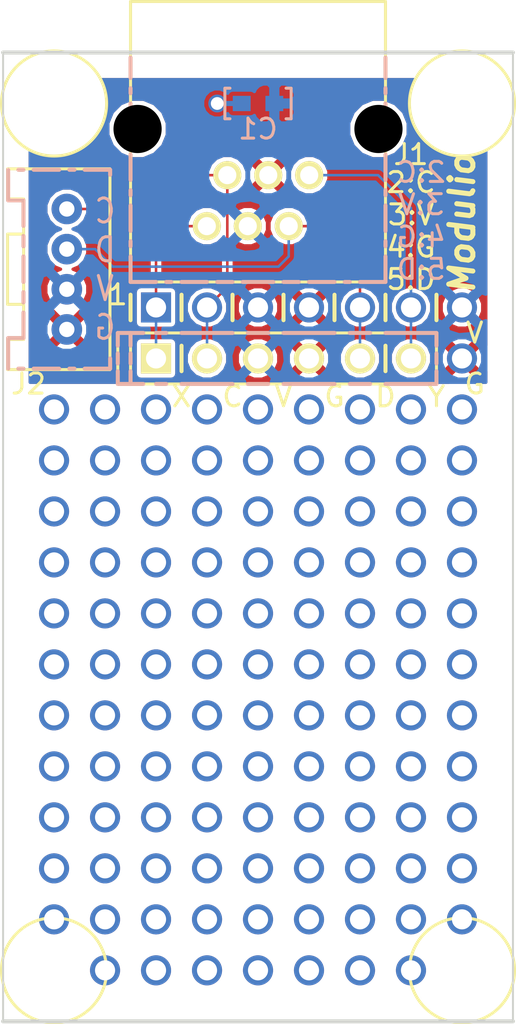
<source format=kicad_pcb>
(kicad_pcb (version 4) (host pcbnew 4.0.7-e2-6376~58~ubuntu16.04.1)

  (general
    (links 20)
    (no_connects 0)
    (area 135.403429 71.455 169.396571 126.4996)
    (thickness 1.6)
    (drawings 94)
    (tracks 88)
    (zones 0)
    (modules 129)
    (nets 7)
  )

  (page A4)
  (layers
    (0 F.Cu signal)
    (31 B.Cu signal)
    (32 B.Adhes user)
    (33 F.Adhes user)
    (34 B.Paste user)
    (35 F.Paste user)
    (36 B.SilkS user)
    (37 F.SilkS user)
    (38 B.Mask user)
    (39 F.Mask user)
    (40 Dwgs.User user)
    (41 Cmts.User user)
    (42 Eco1.User user)
    (43 Eco2.User user)
    (44 Edge.Cuts user)
  )

  (setup
    (last_trace_width 0.127)
    (user_trace_width 0.127)
    (user_trace_width 0.3)
    (user_trace_width 0.5)
    (trace_clearance 0.16)
    (zone_clearance 0.2)
    (zone_45_only no)
    (trace_min 0.127)
    (segment_width 0.2)
    (edge_width 0.1)
    (via_size 0.889)
    (via_drill 0.635)
    (via_min_size 0.889)
    (via_min_drill 0.508)
    (uvia_size 0.508)
    (uvia_drill 0.127)
    (uvias_allowed no)
    (uvia_min_size 0.508)
    (uvia_min_drill 0.127)
    (pcb_text_width 0.3)
    (pcb_text_size 1.5 1.5)
    (mod_edge_width 0.15)
    (mod_text_size 1 1)
    (mod_text_width 0.15)
    (pad_size 1.5 1.5)
    (pad_drill 1)
    (pad_to_mask_clearance 0.2)
    (solder_mask_min_width 0.2)
    (aux_axis_origin 139.7 76.2)
    (visible_elements 7FFFFF7F)
    (pcbplotparams
      (layerselection 0x010f0_80000001)
      (usegerberextensions false)
      (excludeedgelayer true)
      (linewidth 0.150000)
      (plotframeref false)
      (viasonmask false)
      (mode 1)
      (useauxorigin true)
      (hpglpennumber 1)
      (hpglpenspeed 20)
      (hpglpendiameter 15)
      (hpglpenoverlay 2)
      (psnegative false)
      (psa4output false)
      (plotreference true)
      (plotvalue false)
      (plotinvisibletext false)
      (padsonsilk false)
      (subtractmaskfromsilk true)
      (outputformat 1)
      (mirror false)
      (drillshape 0)
      (scaleselection 1)
      (outputdirectory ""))
  )

  (net 0 "")
  (net 1 GND)
  (net 2 VDD)
  (net 3 "Net-(J1-Pad1)")
  (net 4 "Net-(J1-Pad2)")
  (net 5 "Net-(J1-Pad5)")
  (net 6 "Net-(J1-Pad6)")

  (net_class Default "これは標準のネット クラスです。"
    (clearance 0.16)
    (trace_width 0.254)
    (via_dia 0.889)
    (via_drill 0.635)
    (uvia_dia 0.508)
    (uvia_drill 0.127)
    (add_net GND)
    (add_net "Net-(J1-Pad1)")
    (add_net "Net-(J1-Pad2)")
    (add_net "Net-(J1-Pad5)")
    (add_net "Net-(J1-Pad6)")
    (add_net VDD)
  )

  (module PM_UNIV05:RJ12_E5566-Q0LK22-L (layer F.Cu) (tedit 5B1B5D4F) (tstamp 584A9969)
    (at 152.4 80.01 180)
    (path /5507D7E6)
    (fp_text reference J1 (at -7.62 -1.27 180) (layer F.SilkS)
      (effects (font (size 1 1) (thickness 0.15)))
    )
    (fp_text value RJ12_NPTH (at 0 7.62 180) (layer F.Fab) hide
      (effects (font (size 1 1) (thickness 0.15)))
    )
    (fp_line (start -6.35 6.35) (end 6.35 6.35) (layer F.SilkS) (width 0.15))
    (fp_line (start 6.35 6.35) (end 6.35 -7.62) (layer F.SilkS) (width 0.15))
    (fp_line (start 6.35 -7.62) (end -6.35 -7.62) (layer F.SilkS) (width 0.15))
    (fp_line (start -6.35 -7.62) (end -6.35 6.35) (layer F.SilkS) (width 0.15))
    (pad 1 thru_hole circle (at 2.55 -4.84 180) (size 1.4 1.4) (drill 0.9) (layers *.Cu *.Mask F.SilkS)
      (net 3 "Net-(J1-Pad1)"))
    (pad 2 thru_hole circle (at 1.53 -2.3 180) (size 1.4 1.4) (drill 0.9) (layers *.Cu *.Mask F.SilkS)
      (net 4 "Net-(J1-Pad2)"))
    (pad 3 thru_hole circle (at 0.51 -4.84 180) (size 1.4 1.4) (drill 0.9) (layers *.Cu *.Mask F.SilkS)
      (net 2 VDD))
    (pad 4 thru_hole circle (at -0.51 -2.3 180) (size 1.4 1.4) (drill 0.9) (layers *.Cu *.Mask F.SilkS)
      (net 1 GND))
    (pad 5 thru_hole circle (at -1.53 -4.84 180) (size 1.4 1.4) (drill 0.9) (layers *.Cu *.Mask F.SilkS)
      (net 5 "Net-(J1-Pad5)"))
    (pad 6 thru_hole circle (at -2.55 -2.3 180) (size 1.4 1.4) (drill 0.9) (layers *.Cu *.Mask F.SilkS)
      (net 6 "Net-(J1-Pad6)"))
    (pad "" np_thru_hole circle (at 6 0 180) (size 3.4 3.4) (drill 2.4) (layers))
    (pad "" np_thru_hole circle (at -6 0 180) (size 3.4 3.4) (drill 2.4) (layers))
  )

  (module PM_UNIV05:6SIP100E (layer F.Cu) (tedit 5B1B73FB) (tstamp 5B1B64A2)
    (at 152.4 91.44)
    (path /5B1B5E13)
    (fp_text reference TP1 (at -6.985 -1.905) (layer F.SilkS) hide
      (effects (font (size 1 1) (thickness 0.15)))
    )
    (fp_text value Conn_01x06 (at 0 2.54) (layer F.SilkS) hide
      (effects (font (size 1 1) (thickness 0.15)))
    )
    (fp_line (start -6.35 -1.27) (end 8.89 -1.27) (layer F.SilkS) (width 0.15))
    (fp_line (start 8.89 -1.27) (end 8.89 1.27) (layer F.SilkS) (width 0.15))
    (fp_line (start 8.89 1.27) (end -6.35 1.27) (layer F.SilkS) (width 0.15))
    (fp_line (start -6.35 -1.27) (end -6.985 -1.27) (layer F.SilkS) (width 0.15))
    (fp_line (start -6.985 -1.27) (end -6.985 1.27) (layer F.SilkS) (width 0.15))
    (fp_line (start -6.985 1.27) (end -6.35 1.27) (layer F.SilkS) (width 0.15))
    (fp_line (start -6.35 -1.27) (end -6.35 1.27) (layer F.SilkS) (width 0.15))
    (pad 1 thru_hole rect (at -5.08 0) (size 1.5 1.5) (drill 1) (layers *.Cu *.Mask F.SilkS)
      (net 3 "Net-(J1-Pad1)"))
    (pad 2 thru_hole circle (at -2.54 0) (size 1.5 1.5) (drill 1) (layers *.Cu *.Mask F.SilkS)
      (net 4 "Net-(J1-Pad2)"))
    (pad 3 thru_hole circle (at 0 0) (size 1.5 1.5) (drill 1) (layers *.Cu *.Mask F.SilkS)
      (net 2 VDD))
    (pad 4 thru_hole circle (at 2.54 0) (size 1.5 1.5) (drill 1) (layers *.Cu *.Mask F.SilkS)
      (net 1 GND))
    (pad 5 thru_hole circle (at 5.08 0) (size 1.5 1.5) (drill 1) (layers *.Cu *.Mask F.SilkS)
      (net 5 "Net-(J1-Pad5)"))
    (pad 6 thru_hole circle (at 7.62 0) (size 1.5 1.5) (drill 1) (layers *.Cu *.Mask F.SilkS)
      (net 6 "Net-(J1-Pad6)"))
  )

  (module THOLE1mm (layer F.Cu) (tedit 5496BA13) (tstamp 5496C1F9)
    (at 162.56 109.22)
    (fp_text reference "" (at 0 -2.54) (layer F.SilkS) hide
      (effects (font (size 1 1) (thickness 0.15)))
    )
    (fp_text value "" (at 0 2.54) (layer F.SilkS) hide
      (effects (font (size 1 1) (thickness 0.15)))
    )
    (pad 1 thru_hole circle (at 0 0) (size 1.5 1.5) (drill 1) (layers *.Cu *.Mask))
  )

  (module THOLE1mm (layer F.Cu) (tedit 5496BA13) (tstamp 5496C1F5)
    (at 152.4 109.22)
    (fp_text reference "" (at 0 -2.54) (layer F.SilkS) hide
      (effects (font (size 1 1) (thickness 0.15)))
    )
    (fp_text value "" (at 0 2.54) (layer F.SilkS) hide
      (effects (font (size 1 1) (thickness 0.15)))
    )
    (pad 1 thru_hole circle (at 0 0) (size 1.5 1.5) (drill 1) (layers *.Cu *.Mask))
  )

  (module THOLE1mm (layer F.Cu) (tedit 5496BA13) (tstamp 5496C1F1)
    (at 154.94 109.22)
    (fp_text reference "" (at 0 -2.54) (layer F.SilkS) hide
      (effects (font (size 1 1) (thickness 0.15)))
    )
    (fp_text value "" (at 0 2.54) (layer F.SilkS) hide
      (effects (font (size 1 1) (thickness 0.15)))
    )
    (pad 1 thru_hole circle (at 0 0) (size 1.5 1.5) (drill 1) (layers *.Cu *.Mask))
  )

  (module THOLE1mm (layer F.Cu) (tedit 5496BA13) (tstamp 5496C1ED)
    (at 160.02 109.22)
    (fp_text reference "" (at 0 -2.54) (layer F.SilkS) hide
      (effects (font (size 1 1) (thickness 0.15)))
    )
    (fp_text value "" (at 0 2.54) (layer F.SilkS) hide
      (effects (font (size 1 1) (thickness 0.15)))
    )
    (pad 1 thru_hole circle (at 0 0) (size 1.5 1.5) (drill 1) (layers *.Cu *.Mask))
  )

  (module THOLE1mm (layer F.Cu) (tedit 5496BA13) (tstamp 5496C1E9)
    (at 157.48 109.22)
    (fp_text reference "" (at 0 -2.54) (layer F.SilkS) hide
      (effects (font (size 1 1) (thickness 0.15)))
    )
    (fp_text value "" (at 0 2.54) (layer F.SilkS) hide
      (effects (font (size 1 1) (thickness 0.15)))
    )
    (pad 1 thru_hole circle (at 0 0) (size 1.5 1.5) (drill 1) (layers *.Cu *.Mask))
  )

  (module THOLE1mm (layer F.Cu) (tedit 5496BA13) (tstamp 5496C1E5)
    (at 147.32 109.22)
    (fp_text reference "" (at 0 -2.54) (layer F.SilkS) hide
      (effects (font (size 1 1) (thickness 0.15)))
    )
    (fp_text value "" (at 0 2.54) (layer F.SilkS) hide
      (effects (font (size 1 1) (thickness 0.15)))
    )
    (pad 1 thru_hole circle (at 0 0) (size 1.5 1.5) (drill 1) (layers *.Cu *.Mask))
  )

  (module THOLE1mm (layer F.Cu) (tedit 5496BA13) (tstamp 5496C1E1)
    (at 149.86 109.22)
    (fp_text reference "" (at 0 -2.54) (layer F.SilkS) hide
      (effects (font (size 1 1) (thickness 0.15)))
    )
    (fp_text value "" (at 0 2.54) (layer F.SilkS) hide
      (effects (font (size 1 1) (thickness 0.15)))
    )
    (pad 1 thru_hole circle (at 0 0) (size 1.5 1.5) (drill 1) (layers *.Cu *.Mask))
  )

  (module THOLE1mm (layer F.Cu) (tedit 5496BA13) (tstamp 5496C1DD)
    (at 144.78 109.22)
    (fp_text reference "" (at 0 -2.54) (layer F.SilkS) hide
      (effects (font (size 1 1) (thickness 0.15)))
    )
    (fp_text value "" (at 0 2.54) (layer F.SilkS) hide
      (effects (font (size 1 1) (thickness 0.15)))
    )
    (pad 1 thru_hole circle (at 0 0) (size 1.5 1.5) (drill 1) (layers *.Cu *.Mask))
  )

  (module THOLE1mm (layer F.Cu) (tedit 5496BA13) (tstamp 5496C1D9)
    (at 142.24 109.22)
    (fp_text reference "" (at 0 -2.54) (layer F.SilkS) hide
      (effects (font (size 1 1) (thickness 0.15)))
    )
    (fp_text value "" (at 0 2.54) (layer F.SilkS) hide
      (effects (font (size 1 1) (thickness 0.15)))
    )
    (pad 1 thru_hole circle (at 0 0) (size 1.5 1.5) (drill 1) (layers *.Cu *.Mask))
  )

  (module THOLE1mm (layer F.Cu) (tedit 5496BA13) (tstamp 5496C1D5)
    (at 142.24 114.3)
    (fp_text reference "" (at 0 -2.54) (layer F.SilkS) hide
      (effects (font (size 1 1) (thickness 0.15)))
    )
    (fp_text value "" (at 0 2.54) (layer F.SilkS) hide
      (effects (font (size 1 1) (thickness 0.15)))
    )
    (pad 1 thru_hole circle (at 0 0) (size 1.5 1.5) (drill 1) (layers *.Cu *.Mask))
  )

  (module THOLE1mm (layer F.Cu) (tedit 5496BA13) (tstamp 5496C1D1)
    (at 144.78 114.3)
    (fp_text reference "" (at 0 -2.54) (layer F.SilkS) hide
      (effects (font (size 1 1) (thickness 0.15)))
    )
    (fp_text value "" (at 0 2.54) (layer F.SilkS) hide
      (effects (font (size 1 1) (thickness 0.15)))
    )
    (pad 1 thru_hole circle (at 0 0) (size 1.5 1.5) (drill 1) (layers *.Cu *.Mask))
  )

  (module THOLE1mm (layer F.Cu) (tedit 5496BA13) (tstamp 5496C1CD)
    (at 149.86 114.3)
    (fp_text reference "" (at 0 -2.54) (layer F.SilkS) hide
      (effects (font (size 1 1) (thickness 0.15)))
    )
    (fp_text value "" (at 0 2.54) (layer F.SilkS) hide
      (effects (font (size 1 1) (thickness 0.15)))
    )
    (pad 1 thru_hole circle (at 0 0) (size 1.5 1.5) (drill 1) (layers *.Cu *.Mask))
  )

  (module THOLE1mm (layer F.Cu) (tedit 5496BA13) (tstamp 5496C1C9)
    (at 147.32 114.3)
    (fp_text reference "" (at 0 -2.54) (layer F.SilkS) hide
      (effects (font (size 1 1) (thickness 0.15)))
    )
    (fp_text value "" (at 0 2.54) (layer F.SilkS) hide
      (effects (font (size 1 1) (thickness 0.15)))
    )
    (pad 1 thru_hole circle (at 0 0) (size 1.5 1.5) (drill 1) (layers *.Cu *.Mask))
  )

  (module THOLE1mm (layer F.Cu) (tedit 5496BA13) (tstamp 5496C1C5)
    (at 157.48 114.3)
    (fp_text reference "" (at 0 -2.54) (layer F.SilkS) hide
      (effects (font (size 1 1) (thickness 0.15)))
    )
    (fp_text value "" (at 0 2.54) (layer F.SilkS) hide
      (effects (font (size 1 1) (thickness 0.15)))
    )
    (pad 1 thru_hole circle (at 0 0) (size 1.5 1.5) (drill 1) (layers *.Cu *.Mask))
  )

  (module THOLE1mm (layer F.Cu) (tedit 5496BA13) (tstamp 5496C1C1)
    (at 160.02 114.3)
    (fp_text reference "" (at 0 -2.54) (layer F.SilkS) hide
      (effects (font (size 1 1) (thickness 0.15)))
    )
    (fp_text value "" (at 0 2.54) (layer F.SilkS) hide
      (effects (font (size 1 1) (thickness 0.15)))
    )
    (pad 1 thru_hole circle (at 0 0) (size 1.5 1.5) (drill 1) (layers *.Cu *.Mask))
  )

  (module THOLE1mm (layer F.Cu) (tedit 5496BA13) (tstamp 5496C1BD)
    (at 154.94 114.3)
    (fp_text reference "" (at 0 -2.54) (layer F.SilkS) hide
      (effects (font (size 1 1) (thickness 0.15)))
    )
    (fp_text value "" (at 0 2.54) (layer F.SilkS) hide
      (effects (font (size 1 1) (thickness 0.15)))
    )
    (pad 1 thru_hole circle (at 0 0) (size 1.5 1.5) (drill 1) (layers *.Cu *.Mask))
  )

  (module THOLE1mm (layer F.Cu) (tedit 5496BA13) (tstamp 5496C1B9)
    (at 152.4 114.3)
    (fp_text reference "" (at 0 -2.54) (layer F.SilkS) hide
      (effects (font (size 1 1) (thickness 0.15)))
    )
    (fp_text value "" (at 0 2.54) (layer F.SilkS) hide
      (effects (font (size 1 1) (thickness 0.15)))
    )
    (pad 1 thru_hole circle (at 0 0) (size 1.5 1.5) (drill 1) (layers *.Cu *.Mask))
  )

  (module THOLE1mm (layer F.Cu) (tedit 5496BA13) (tstamp 5496C1B5)
    (at 162.56 114.3)
    (fp_text reference "" (at 0 -2.54) (layer F.SilkS) hide
      (effects (font (size 1 1) (thickness 0.15)))
    )
    (fp_text value "" (at 0 2.54) (layer F.SilkS) hide
      (effects (font (size 1 1) (thickness 0.15)))
    )
    (pad 1 thru_hole circle (at 0 0) (size 1.5 1.5) (drill 1) (layers *.Cu *.Mask))
  )

  (module THOLE1mm (layer F.Cu) (tedit 5496BA13) (tstamp 5496C1B1)
    (at 162.56 111.76)
    (fp_text reference "" (at 0 -2.54) (layer F.SilkS) hide
      (effects (font (size 1 1) (thickness 0.15)))
    )
    (fp_text value "" (at 0 2.54) (layer F.SilkS) hide
      (effects (font (size 1 1) (thickness 0.15)))
    )
    (pad 1 thru_hole circle (at 0 0) (size 1.5 1.5) (drill 1) (layers *.Cu *.Mask))
  )

  (module THOLE1mm (layer F.Cu) (tedit 5496BA13) (tstamp 5496C1AD)
    (at 152.4 111.76)
    (fp_text reference "" (at 0 -2.54) (layer F.SilkS) hide
      (effects (font (size 1 1) (thickness 0.15)))
    )
    (fp_text value "" (at 0 2.54) (layer F.SilkS) hide
      (effects (font (size 1 1) (thickness 0.15)))
    )
    (pad 1 thru_hole circle (at 0 0) (size 1.5 1.5) (drill 1) (layers *.Cu *.Mask))
  )

  (module THOLE1mm (layer F.Cu) (tedit 5496BA13) (tstamp 5496C1A9)
    (at 154.94 111.76)
    (fp_text reference "" (at 0 -2.54) (layer F.SilkS) hide
      (effects (font (size 1 1) (thickness 0.15)))
    )
    (fp_text value "" (at 0 2.54) (layer F.SilkS) hide
      (effects (font (size 1 1) (thickness 0.15)))
    )
    (pad 1 thru_hole circle (at 0 0) (size 1.5 1.5) (drill 1) (layers *.Cu *.Mask))
  )

  (module THOLE1mm (layer F.Cu) (tedit 5496BA13) (tstamp 5496C1A5)
    (at 160.02 111.76)
    (fp_text reference "" (at 0 -2.54) (layer F.SilkS) hide
      (effects (font (size 1 1) (thickness 0.15)))
    )
    (fp_text value "" (at 0 2.54) (layer F.SilkS) hide
      (effects (font (size 1 1) (thickness 0.15)))
    )
    (pad 1 thru_hole circle (at 0 0) (size 1.5 1.5) (drill 1) (layers *.Cu *.Mask))
  )

  (module THOLE1mm (layer F.Cu) (tedit 5496BA13) (tstamp 5496C1A1)
    (at 157.48 111.76)
    (fp_text reference "" (at 0 -2.54) (layer F.SilkS) hide
      (effects (font (size 1 1) (thickness 0.15)))
    )
    (fp_text value "" (at 0 2.54) (layer F.SilkS) hide
      (effects (font (size 1 1) (thickness 0.15)))
    )
    (pad 1 thru_hole circle (at 0 0) (size 1.5 1.5) (drill 1) (layers *.Cu *.Mask))
  )

  (module THOLE1mm (layer F.Cu) (tedit 5496BA13) (tstamp 5496C19D)
    (at 147.32 111.76)
    (fp_text reference "" (at 0 -2.54) (layer F.SilkS) hide
      (effects (font (size 1 1) (thickness 0.15)))
    )
    (fp_text value "" (at 0 2.54) (layer F.SilkS) hide
      (effects (font (size 1 1) (thickness 0.15)))
    )
    (pad 1 thru_hole circle (at 0 0) (size 1.5 1.5) (drill 1) (layers *.Cu *.Mask))
  )

  (module THOLE1mm (layer F.Cu) (tedit 5496BA13) (tstamp 5496C199)
    (at 149.86 111.76)
    (fp_text reference "" (at 0 -2.54) (layer F.SilkS) hide
      (effects (font (size 1 1) (thickness 0.15)))
    )
    (fp_text value "" (at 0 2.54) (layer F.SilkS) hide
      (effects (font (size 1 1) (thickness 0.15)))
    )
    (pad 1 thru_hole circle (at 0 0) (size 1.5 1.5) (drill 1) (layers *.Cu *.Mask))
  )

  (module THOLE1mm (layer F.Cu) (tedit 5496BA13) (tstamp 5496C195)
    (at 144.78 111.76)
    (fp_text reference "" (at 0 -2.54) (layer F.SilkS) hide
      (effects (font (size 1 1) (thickness 0.15)))
    )
    (fp_text value "" (at 0 2.54) (layer F.SilkS) hide
      (effects (font (size 1 1) (thickness 0.15)))
    )
    (pad 1 thru_hole circle (at 0 0) (size 1.5 1.5) (drill 1) (layers *.Cu *.Mask))
  )

  (module THOLE1mm (layer F.Cu) (tedit 5496BA13) (tstamp 5496C191)
    (at 142.24 111.76)
    (fp_text reference "" (at 0 -2.54) (layer F.SilkS) hide
      (effects (font (size 1 1) (thickness 0.15)))
    )
    (fp_text value "" (at 0 2.54) (layer F.SilkS) hide
      (effects (font (size 1 1) (thickness 0.15)))
    )
    (pad 1 thru_hole circle (at 0 0) (size 1.5 1.5) (drill 1) (layers *.Cu *.Mask))
  )

  (module THOLE1mm (layer F.Cu) (tedit 5496BA13) (tstamp 5496C18D)
    (at 142.24 104.14)
    (fp_text reference "" (at 0 -2.54) (layer F.SilkS) hide
      (effects (font (size 1 1) (thickness 0.15)))
    )
    (fp_text value "" (at 0 2.54) (layer F.SilkS) hide
      (effects (font (size 1 1) (thickness 0.15)))
    )
    (pad 1 thru_hole circle (at 0 0) (size 1.5 1.5) (drill 1) (layers *.Cu *.Mask))
  )

  (module THOLE1mm (layer F.Cu) (tedit 5496BA13) (tstamp 5496C189)
    (at 144.78 104.14)
    (fp_text reference "" (at 0 -2.54) (layer F.SilkS) hide
      (effects (font (size 1 1) (thickness 0.15)))
    )
    (fp_text value "" (at 0 2.54) (layer F.SilkS) hide
      (effects (font (size 1 1) (thickness 0.15)))
    )
    (pad 1 thru_hole circle (at 0 0) (size 1.5 1.5) (drill 1) (layers *.Cu *.Mask))
  )

  (module THOLE1mm (layer F.Cu) (tedit 5496BA13) (tstamp 5496C185)
    (at 149.86 104.14)
    (fp_text reference "" (at 0 -2.54) (layer F.SilkS) hide
      (effects (font (size 1 1) (thickness 0.15)))
    )
    (fp_text value "" (at 0 2.54) (layer F.SilkS) hide
      (effects (font (size 1 1) (thickness 0.15)))
    )
    (pad 1 thru_hole circle (at 0 0) (size 1.5 1.5) (drill 1) (layers *.Cu *.Mask))
  )

  (module THOLE1mm (layer F.Cu) (tedit 5496BA13) (tstamp 5496C181)
    (at 147.32 104.14)
    (fp_text reference "" (at 0 -2.54) (layer F.SilkS) hide
      (effects (font (size 1 1) (thickness 0.15)))
    )
    (fp_text value "" (at 0 2.54) (layer F.SilkS) hide
      (effects (font (size 1 1) (thickness 0.15)))
    )
    (pad 1 thru_hole circle (at 0 0) (size 1.5 1.5) (drill 1) (layers *.Cu *.Mask))
  )

  (module THOLE1mm (layer F.Cu) (tedit 5496BA13) (tstamp 5496C17D)
    (at 157.48 104.14)
    (fp_text reference "" (at 0 -2.54) (layer F.SilkS) hide
      (effects (font (size 1 1) (thickness 0.15)))
    )
    (fp_text value "" (at 0 2.54) (layer F.SilkS) hide
      (effects (font (size 1 1) (thickness 0.15)))
    )
    (pad 1 thru_hole circle (at 0 0) (size 1.5 1.5) (drill 1) (layers *.Cu *.Mask))
  )

  (module THOLE1mm (layer F.Cu) (tedit 5496BA13) (tstamp 5496C179)
    (at 160.02 104.14)
    (fp_text reference "" (at 0 -2.54) (layer F.SilkS) hide
      (effects (font (size 1 1) (thickness 0.15)))
    )
    (fp_text value "" (at 0 2.54) (layer F.SilkS) hide
      (effects (font (size 1 1) (thickness 0.15)))
    )
    (pad 1 thru_hole circle (at 0 0) (size 1.5 1.5) (drill 1) (layers *.Cu *.Mask))
  )

  (module THOLE1mm (layer F.Cu) (tedit 5496BA13) (tstamp 5496C175)
    (at 154.94 104.14)
    (fp_text reference "" (at 0 -2.54) (layer F.SilkS) hide
      (effects (font (size 1 1) (thickness 0.15)))
    )
    (fp_text value "" (at 0 2.54) (layer F.SilkS) hide
      (effects (font (size 1 1) (thickness 0.15)))
    )
    (pad 1 thru_hole circle (at 0 0) (size 1.5 1.5) (drill 1) (layers *.Cu *.Mask))
  )

  (module THOLE1mm (layer F.Cu) (tedit 5496BA13) (tstamp 5496C171)
    (at 152.4 104.14)
    (fp_text reference "" (at 0 -2.54) (layer F.SilkS) hide
      (effects (font (size 1 1) (thickness 0.15)))
    )
    (fp_text value "" (at 0 2.54) (layer F.SilkS) hide
      (effects (font (size 1 1) (thickness 0.15)))
    )
    (pad 1 thru_hole circle (at 0 0) (size 1.5 1.5) (drill 1) (layers *.Cu *.Mask))
  )

  (module THOLE1mm (layer F.Cu) (tedit 5496BA13) (tstamp 5496C16D)
    (at 162.56 104.14)
    (fp_text reference "" (at 0 -2.54) (layer F.SilkS) hide
      (effects (font (size 1 1) (thickness 0.15)))
    )
    (fp_text value "" (at 0 2.54) (layer F.SilkS) hide
      (effects (font (size 1 1) (thickness 0.15)))
    )
    (pad 1 thru_hole circle (at 0 0) (size 1.5 1.5) (drill 1) (layers *.Cu *.Mask))
  )

  (module THOLE1mm (layer F.Cu) (tedit 5496BA13) (tstamp 5496C169)
    (at 162.56 106.68)
    (fp_text reference "" (at 0 -2.54) (layer F.SilkS) hide
      (effects (font (size 1 1) (thickness 0.15)))
    )
    (fp_text value "" (at 0 2.54) (layer F.SilkS) hide
      (effects (font (size 1 1) (thickness 0.15)))
    )
    (pad 1 thru_hole circle (at 0 0) (size 1.5 1.5) (drill 1) (layers *.Cu *.Mask))
  )

  (module THOLE1mm (layer F.Cu) (tedit 5496BA13) (tstamp 5496C165)
    (at 152.4 106.68)
    (fp_text reference "" (at 0 -2.54) (layer F.SilkS) hide
      (effects (font (size 1 1) (thickness 0.15)))
    )
    (fp_text value "" (at 0 2.54) (layer F.SilkS) hide
      (effects (font (size 1 1) (thickness 0.15)))
    )
    (pad 1 thru_hole circle (at 0 0) (size 1.5 1.5) (drill 1) (layers *.Cu *.Mask))
  )

  (module THOLE1mm (layer F.Cu) (tedit 5496BA13) (tstamp 5496C161)
    (at 154.94 106.68)
    (fp_text reference "" (at 0 -2.54) (layer F.SilkS) hide
      (effects (font (size 1 1) (thickness 0.15)))
    )
    (fp_text value "" (at 0 2.54) (layer F.SilkS) hide
      (effects (font (size 1 1) (thickness 0.15)))
    )
    (pad 1 thru_hole circle (at 0 0) (size 1.5 1.5) (drill 1) (layers *.Cu *.Mask))
  )

  (module THOLE1mm (layer F.Cu) (tedit 5496BA13) (tstamp 5496C15D)
    (at 160.02 106.68)
    (fp_text reference "" (at 0 -2.54) (layer F.SilkS) hide
      (effects (font (size 1 1) (thickness 0.15)))
    )
    (fp_text value "" (at 0 2.54) (layer F.SilkS) hide
      (effects (font (size 1 1) (thickness 0.15)))
    )
    (pad 1 thru_hole circle (at 0 0) (size 1.5 1.5) (drill 1) (layers *.Cu *.Mask))
  )

  (module THOLE1mm (layer F.Cu) (tedit 5496BA13) (tstamp 5496C159)
    (at 157.48 106.68)
    (fp_text reference "" (at 0 -2.54) (layer F.SilkS) hide
      (effects (font (size 1 1) (thickness 0.15)))
    )
    (fp_text value "" (at 0 2.54) (layer F.SilkS) hide
      (effects (font (size 1 1) (thickness 0.15)))
    )
    (pad 1 thru_hole circle (at 0 0) (size 1.5 1.5) (drill 1) (layers *.Cu *.Mask))
  )

  (module THOLE1mm (layer F.Cu) (tedit 5496BA13) (tstamp 5496C155)
    (at 147.32 106.68)
    (fp_text reference "" (at 0 -2.54) (layer F.SilkS) hide
      (effects (font (size 1 1) (thickness 0.15)))
    )
    (fp_text value "" (at 0 2.54) (layer F.SilkS) hide
      (effects (font (size 1 1) (thickness 0.15)))
    )
    (pad 1 thru_hole circle (at 0 0) (size 1.5 1.5) (drill 1) (layers *.Cu *.Mask))
  )

  (module THOLE1mm (layer F.Cu) (tedit 5496BA13) (tstamp 5496C151)
    (at 149.86 106.68)
    (fp_text reference "" (at 0 -2.54) (layer F.SilkS) hide
      (effects (font (size 1 1) (thickness 0.15)))
    )
    (fp_text value "" (at 0 2.54) (layer F.SilkS) hide
      (effects (font (size 1 1) (thickness 0.15)))
    )
    (pad 1 thru_hole circle (at 0 0) (size 1.5 1.5) (drill 1) (layers *.Cu *.Mask))
  )

  (module THOLE1mm (layer F.Cu) (tedit 5496BA13) (tstamp 5496C14D)
    (at 144.78 106.68)
    (fp_text reference "" (at 0 -2.54) (layer F.SilkS) hide
      (effects (font (size 1 1) (thickness 0.15)))
    )
    (fp_text value "" (at 0 2.54) (layer F.SilkS) hide
      (effects (font (size 1 1) (thickness 0.15)))
    )
    (pad 1 thru_hole circle (at 0 0) (size 1.5 1.5) (drill 1) (layers *.Cu *.Mask))
  )

  (module THOLE1mm (layer F.Cu) (tedit 5496BA13) (tstamp 5496C149)
    (at 142.24 106.68)
    (fp_text reference "" (at 0 -2.54) (layer F.SilkS) hide
      (effects (font (size 1 1) (thickness 0.15)))
    )
    (fp_text value "" (at 0 2.54) (layer F.SilkS) hide
      (effects (font (size 1 1) (thickness 0.15)))
    )
    (pad 1 thru_hole circle (at 0 0) (size 1.5 1.5) (drill 1) (layers *.Cu *.Mask))
  )

  (module THOLE1mm (layer F.Cu) (tedit 5496BA13) (tstamp 5496C145)
    (at 142.24 101.6)
    (fp_text reference "" (at 0 -2.54) (layer F.SilkS) hide
      (effects (font (size 1 1) (thickness 0.15)))
    )
    (fp_text value "" (at 0 2.54) (layer F.SilkS) hide
      (effects (font (size 1 1) (thickness 0.15)))
    )
    (pad 1 thru_hole circle (at 0 0) (size 1.5 1.5) (drill 1) (layers *.Cu *.Mask))
  )

  (module THOLE1mm (layer F.Cu) (tedit 5496BA13) (tstamp 5496C141)
    (at 144.78 101.6)
    (fp_text reference "" (at 0 -2.54) (layer F.SilkS) hide
      (effects (font (size 1 1) (thickness 0.15)))
    )
    (fp_text value "" (at 0 2.54) (layer F.SilkS) hide
      (effects (font (size 1 1) (thickness 0.15)))
    )
    (pad 1 thru_hole circle (at 0 0) (size 1.5 1.5) (drill 1) (layers *.Cu *.Mask))
  )

  (module THOLE1mm (layer F.Cu) (tedit 5496BA13) (tstamp 5496C13D)
    (at 149.86 101.6)
    (fp_text reference "" (at 0 -2.54) (layer F.SilkS) hide
      (effects (font (size 1 1) (thickness 0.15)))
    )
    (fp_text value "" (at 0 2.54) (layer F.SilkS) hide
      (effects (font (size 1 1) (thickness 0.15)))
    )
    (pad 1 thru_hole circle (at 0 0) (size 1.5 1.5) (drill 1) (layers *.Cu *.Mask))
  )

  (module THOLE1mm (layer F.Cu) (tedit 5496BA13) (tstamp 5496C139)
    (at 147.32 101.6)
    (fp_text reference "" (at 0 -2.54) (layer F.SilkS) hide
      (effects (font (size 1 1) (thickness 0.15)))
    )
    (fp_text value "" (at 0 2.54) (layer F.SilkS) hide
      (effects (font (size 1 1) (thickness 0.15)))
    )
    (pad 1 thru_hole circle (at 0 0) (size 1.5 1.5) (drill 1) (layers *.Cu *.Mask))
  )

  (module THOLE1mm (layer F.Cu) (tedit 5496BA13) (tstamp 5496C135)
    (at 157.48 101.6)
    (fp_text reference "" (at 0 -2.54) (layer F.SilkS) hide
      (effects (font (size 1 1) (thickness 0.15)))
    )
    (fp_text value "" (at 0 2.54) (layer F.SilkS) hide
      (effects (font (size 1 1) (thickness 0.15)))
    )
    (pad 1 thru_hole circle (at 0 0) (size 1.5 1.5) (drill 1) (layers *.Cu *.Mask))
  )

  (module THOLE1mm (layer F.Cu) (tedit 5496BA13) (tstamp 5496C131)
    (at 160.02 101.6)
    (fp_text reference "" (at 0 -2.54) (layer F.SilkS) hide
      (effects (font (size 1 1) (thickness 0.15)))
    )
    (fp_text value "" (at 0 2.54) (layer F.SilkS) hide
      (effects (font (size 1 1) (thickness 0.15)))
    )
    (pad 1 thru_hole circle (at 0 0) (size 1.5 1.5) (drill 1) (layers *.Cu *.Mask))
  )

  (module THOLE1mm (layer F.Cu) (tedit 5496BA13) (tstamp 5496C12D)
    (at 154.94 101.6)
    (fp_text reference "" (at 0 -2.54) (layer F.SilkS) hide
      (effects (font (size 1 1) (thickness 0.15)))
    )
    (fp_text value "" (at 0 2.54) (layer F.SilkS) hide
      (effects (font (size 1 1) (thickness 0.15)))
    )
    (pad 1 thru_hole circle (at 0 0) (size 1.5 1.5) (drill 1) (layers *.Cu *.Mask))
  )

  (module THOLE1mm (layer F.Cu) (tedit 5496BA13) (tstamp 5496C129)
    (at 152.4 101.6)
    (fp_text reference "" (at 0 -2.54) (layer F.SilkS) hide
      (effects (font (size 1 1) (thickness 0.15)))
    )
    (fp_text value "" (at 0 2.54) (layer F.SilkS) hide
      (effects (font (size 1 1) (thickness 0.15)))
    )
    (pad 1 thru_hole circle (at 0 0) (size 1.5 1.5) (drill 1) (layers *.Cu *.Mask))
  )

  (module THOLE1mm (layer F.Cu) (tedit 5496BA13) (tstamp 5496C125)
    (at 162.56 101.6)
    (fp_text reference "" (at 0 -2.54) (layer F.SilkS) hide
      (effects (font (size 1 1) (thickness 0.15)))
    )
    (fp_text value "" (at 0 2.54) (layer F.SilkS) hide
      (effects (font (size 1 1) (thickness 0.15)))
    )
    (pad 1 thru_hole circle (at 0 0) (size 1.5 1.5) (drill 1) (layers *.Cu *.Mask))
  )

  (module THOLE1mm (layer F.Cu) (tedit 584BD778) (tstamp 5496C209)
    (at 160.02 91.44)
    (fp_text reference "" (at 0 -2.54) (layer F.SilkS) hide
      (effects (font (size 1 1) (thickness 0.15)))
    )
    (fp_text value "" (at 0 2.54) (layer F.SilkS) hide
      (effects (font (size 1 1) (thickness 0.15)))
    )
  )

  (module THOLE1mm (layer F.Cu) (tedit 584BD77D) (tstamp 5496C205)
    (at 160.02 93.98)
    (fp_text reference "" (at 0 -2.54) (layer F.SilkS) hide
      (effects (font (size 1 1) (thickness 0.15)))
    )
    (fp_text value "" (at 0 2.54) (layer F.SilkS) hide
      (effects (font (size 1 1) (thickness 0.15)))
    )
  )

  (module THOLE1mm (layer F.Cu) (tedit 5496BA13) (tstamp 5496C120)
    (at 162.56 96.52)
    (fp_text reference "" (at 0 -2.54) (layer F.SilkS) hide
      (effects (font (size 1 1) (thickness 0.15)))
    )
    (fp_text value "" (at 0 2.54) (layer F.SilkS) hide
      (effects (font (size 1 1) (thickness 0.15)))
    )
    (pad 1 thru_hole circle (at 0 0) (size 1.5 1.5) (drill 1) (layers *.Cu *.Mask))
  )

  (module THOLE1mm (layer F.Cu) (tedit 54A3A7C1) (tstamp 5496C11C)
    (at 152.4 96.52)
    (fp_text reference "" (at 0 -2.54) (layer F.SilkS) hide
      (effects (font (size 1 1) (thickness 0.15)))
    )
    (fp_text value "" (at 0 2.54) (layer F.SilkS) hide
      (effects (font (size 1 1) (thickness 0.15)))
    )
  )

  (module THOLE1mm (layer F.Cu) (tedit 54A3A7C7) (tstamp 5496C118)
    (at 154.94 96.52)
    (fp_text reference "" (at 0 -2.54) (layer F.SilkS) hide
      (effects (font (size 1 1) (thickness 0.15)))
    )
    (fp_text value "" (at 0 2.54) (layer F.SilkS) hide
      (effects (font (size 1 1) (thickness 0.15)))
    )
  )

  (module THOLE1mm (layer F.Cu) (tedit 5496BA13) (tstamp 5496C114)
    (at 160.02 96.52)
    (fp_text reference "" (at 0 -2.54) (layer F.SilkS) hide
      (effects (font (size 1 1) (thickness 0.15)))
    )
    (fp_text value "" (at 0 2.54) (layer F.SilkS) hide
      (effects (font (size 1 1) (thickness 0.15)))
    )
    (pad 1 thru_hole circle (at 0 0) (size 1.5 1.5) (drill 1) (layers *.Cu *.Mask))
  )

  (module THOLE1mm (layer F.Cu) (tedit 54A3A7CE) (tstamp 5496C110)
    (at 157.48 96.52)
    (fp_text reference "" (at 0 -2.54) (layer F.SilkS) hide
      (effects (font (size 1 1) (thickness 0.15)))
    )
    (fp_text value "" (at 0 2.54) (layer F.SilkS) hide
      (effects (font (size 1 1) (thickness 0.15)))
    )
  )

  (module THOLE1mm (layer F.Cu) (tedit 54A3A79E) (tstamp 5496C10C)
    (at 147.32 96.52)
    (fp_text reference "" (at 0 -2.54) (layer F.SilkS) hide
      (effects (font (size 1 1) (thickness 0.15)))
    )
    (fp_text value "" (at 0 2.54) (layer F.SilkS) hide
      (effects (font (size 1 1) (thickness 0.15)))
    )
  )

  (module THOLE1mm (layer F.Cu) (tedit 54A3A7A5) (tstamp 5496C108)
    (at 149.86 96.52)
    (fp_text reference "" (at 0 -2.54) (layer F.SilkS) hide
      (effects (font (size 1 1) (thickness 0.15)))
    )
    (fp_text value "" (at 0 2.54) (layer F.SilkS) hide
      (effects (font (size 1 1) (thickness 0.15)))
    )
  )

  (module THOLE1mm (layer F.Cu) (tedit 5496BA13) (tstamp 5496C100)
    (at 142.24 96.52)
    (fp_text reference "" (at 0 -2.54) (layer F.SilkS) hide
      (effects (font (size 1 1) (thickness 0.15)))
    )
    (fp_text value "" (at 0 2.54) (layer F.SilkS) hide
      (effects (font (size 1 1) (thickness 0.15)))
    )
    (pad 1 thru_hole circle (at 0 0) (size 1.5 1.5) (drill 1) (layers *.Cu *.Mask))
  )

  (module THOLE1mm (layer F.Cu) (tedit 584BDBE1) (tstamp 5495FEA2)
    (at 142.24 93.98)
    (fp_text reference "" (at 0 -2.54) (layer F.SilkS) hide
      (effects (font (size 1 1) (thickness 0.15)))
    )
    (fp_text value "" (at 0 2.54) (layer F.SilkS) hide
      (effects (font (size 1 1) (thickness 0.15)))
    )
    (pad 1 thru_hole circle (at 0 0) (size 1.5 1.5) (drill 1) (layers *.Cu *.Mask))
  )

  (module THOLE1mm (layer F.Cu) (tedit 5496B82C) (tstamp 55081E05)
    (at 144.78 116.84)
    (fp_text reference THOLE1mm (at 0 -2.54) (layer F.SilkS) hide
      (effects (font (size 1 1) (thickness 0.15)))
    )
    (fp_text value VAL** (at 0 2.54) (layer F.SilkS) hide
      (effects (font (size 1 1) (thickness 0.15)))
    )
    (pad 1 thru_hole circle (at 0 0) (size 1.5 1.5) (drill 1) (layers *.Cu *.Mask))
  )

  (module THOLE1mm (layer F.Cu) (tedit 5496B82C) (tstamp 55081E0E)
    (at 147.32 116.84)
    (fp_text reference THOLE1mm (at 0 -2.54) (layer F.SilkS) hide
      (effects (font (size 1 1) (thickness 0.15)))
    )
    (fp_text value VAL** (at 0 2.54) (layer F.SilkS) hide
      (effects (font (size 1 1) (thickness 0.15)))
    )
    (pad 1 thru_hole circle (at 0 0) (size 1.5 1.5) (drill 1) (layers *.Cu *.Mask))
  )

  (module THOLE1mm (layer F.Cu) (tedit 5496B82C) (tstamp 55081E17)
    (at 149.86 116.84)
    (fp_text reference THOLE1mm (at 0 -2.54) (layer F.SilkS) hide
      (effects (font (size 1 1) (thickness 0.15)))
    )
    (fp_text value VAL** (at 0 2.54) (layer F.SilkS) hide
      (effects (font (size 1 1) (thickness 0.15)))
    )
    (pad 1 thru_hole circle (at 0 0) (size 1.5 1.5) (drill 1) (layers *.Cu *.Mask))
  )

  (module THOLE1mm (layer F.Cu) (tedit 5496B82C) (tstamp 55081E20)
    (at 152.4 116.84)
    (fp_text reference THOLE1mm (at 0 -2.54) (layer F.SilkS) hide
      (effects (font (size 1 1) (thickness 0.15)))
    )
    (fp_text value VAL** (at 0 2.54) (layer F.SilkS) hide
      (effects (font (size 1 1) (thickness 0.15)))
    )
    (pad 1 thru_hole circle (at 0 0) (size 1.5 1.5) (drill 1) (layers *.Cu *.Mask))
  )

  (module THOLE1mm (layer F.Cu) (tedit 5496B82C) (tstamp 55081E29)
    (at 154.94 116.84)
    (fp_text reference THOLE1mm (at 0 -2.54) (layer F.SilkS) hide
      (effects (font (size 1 1) (thickness 0.15)))
    )
    (fp_text value VAL** (at 0 2.54) (layer F.SilkS) hide
      (effects (font (size 1 1) (thickness 0.15)))
    )
    (pad 1 thru_hole circle (at 0 0) (size 1.5 1.5) (drill 1) (layers *.Cu *.Mask))
  )

  (module THOLE1mm (layer F.Cu) (tedit 5496B82C) (tstamp 55081E32)
    (at 157.48 116.84)
    (fp_text reference THOLE1mm (at 0 -2.54) (layer F.SilkS) hide
      (effects (font (size 1 1) (thickness 0.15)))
    )
    (fp_text value VAL** (at 0 2.54) (layer F.SilkS) hide
      (effects (font (size 1 1) (thickness 0.15)))
    )
    (pad 1 thru_hole circle (at 0 0) (size 1.5 1.5) (drill 1) (layers *.Cu *.Mask))
  )

  (module THOLE1mm (layer F.Cu) (tedit 5496B82C) (tstamp 55081E3B)
    (at 160.02 116.84)
    (fp_text reference THOLE1mm (at 0 -2.54) (layer F.SilkS) hide
      (effects (font (size 1 1) (thickness 0.15)))
    )
    (fp_text value VAL** (at 0 2.54) (layer F.SilkS) hide
      (effects (font (size 1 1) (thickness 0.15)))
    )
    (pad 1 thru_hole circle (at 0 0) (size 1.5 1.5) (drill 1) (layers *.Cu *.Mask))
  )

  (module THOLE1mm (layer F.Cu) (tedit 5496B82C) (tstamp 55994A04)
    (at 142.24 116.84)
    (fp_text reference THOLE1mm (at 0 -2.54) (layer F.SilkS) hide
      (effects (font (size 1 1) (thickness 0.15)))
    )
    (fp_text value VAL** (at 0 2.54) (layer F.SilkS) hide
      (effects (font (size 1 1) (thickness 0.15)))
    )
    (pad 1 thru_hole circle (at 0 0) (size 1.5 1.5) (drill 1) (layers *.Cu *.Mask))
  )

  (module THOLE1mm (layer F.Cu) (tedit 5496B82C) (tstamp 55994A0D)
    (at 144.78 119.38)
    (fp_text reference THOLE1mm (at 0 -2.54) (layer F.SilkS) hide
      (effects (font (size 1 1) (thickness 0.15)))
    )
    (fp_text value VAL** (at 0 2.54) (layer F.SilkS) hide
      (effects (font (size 1 1) (thickness 0.15)))
    )
    (pad 1 thru_hole circle (at 0 0) (size 1.5 1.5) (drill 1) (layers *.Cu *.Mask))
  )

  (module THOLE1mm (layer F.Cu) (tedit 5496B82C) (tstamp 55994A16)
    (at 147.32 119.38)
    (fp_text reference THOLE1mm (at 0 -2.54) (layer F.SilkS) hide
      (effects (font (size 1 1) (thickness 0.15)))
    )
    (fp_text value VAL** (at 0 2.54) (layer F.SilkS) hide
      (effects (font (size 1 1) (thickness 0.15)))
    )
    (pad 1 thru_hole circle (at 0 0) (size 1.5 1.5) (drill 1) (layers *.Cu *.Mask))
  )

  (module THOLE1mm (layer F.Cu) (tedit 5496B82C) (tstamp 55994A1F)
    (at 149.86 119.38)
    (fp_text reference THOLE1mm (at 0 -2.54) (layer F.SilkS) hide
      (effects (font (size 1 1) (thickness 0.15)))
    )
    (fp_text value VAL** (at 0 2.54) (layer F.SilkS) hide
      (effects (font (size 1 1) (thickness 0.15)))
    )
    (pad 1 thru_hole circle (at 0 0) (size 1.5 1.5) (drill 1) (layers *.Cu *.Mask))
  )

  (module THOLE1mm (layer F.Cu) (tedit 5496B82C) (tstamp 55994A28)
    (at 152.4 119.38)
    (fp_text reference THOLE1mm (at 0 -2.54) (layer F.SilkS) hide
      (effects (font (size 1 1) (thickness 0.15)))
    )
    (fp_text value VAL** (at 0 2.54) (layer F.SilkS) hide
      (effects (font (size 1 1) (thickness 0.15)))
    )
    (pad 1 thru_hole circle (at 0 0) (size 1.5 1.5) (drill 1) (layers *.Cu *.Mask))
  )

  (module THOLE1mm (layer F.Cu) (tedit 5496B82C) (tstamp 55994A31)
    (at 154.94 119.38)
    (fp_text reference THOLE1mm (at 0 -2.54) (layer F.SilkS) hide
      (effects (font (size 1 1) (thickness 0.15)))
    )
    (fp_text value VAL** (at 0 2.54) (layer F.SilkS) hide
      (effects (font (size 1 1) (thickness 0.15)))
    )
    (pad 1 thru_hole circle (at 0 0) (size 1.5 1.5) (drill 1) (layers *.Cu *.Mask))
  )

  (module THOLE1mm (layer F.Cu) (tedit 5496B82C) (tstamp 55994A3A)
    (at 157.48 119.38)
    (fp_text reference THOLE1mm (at 0 -2.54) (layer F.SilkS) hide
      (effects (font (size 1 1) (thickness 0.15)))
    )
    (fp_text value VAL** (at 0 2.54) (layer F.SilkS) hide
      (effects (font (size 1 1) (thickness 0.15)))
    )
    (pad 1 thru_hole circle (at 0 0) (size 1.5 1.5) (drill 1) (layers *.Cu *.Mask))
  )

  (module THOLE1mm (layer F.Cu) (tedit 5496B82C) (tstamp 55994A43)
    (at 160.02 119.38)
    (fp_text reference THOLE1mm (at 0 -2.54) (layer F.SilkS) hide
      (effects (font (size 1 1) (thickness 0.15)))
    )
    (fp_text value VAL** (at 0 2.54) (layer F.SilkS) hide
      (effects (font (size 1 1) (thickness 0.15)))
    )
    (pad 1 thru_hole circle (at 0 0) (size 1.5 1.5) (drill 1) (layers *.Cu *.Mask))
  )

  (module THOLE1mm (layer F.Cu) (tedit 5496B82C) (tstamp 55994A4C)
    (at 162.56 116.84)
    (fp_text reference THOLE1mm (at 0 -2.54) (layer F.SilkS) hide
      (effects (font (size 1 1) (thickness 0.15)))
    )
    (fp_text value VAL** (at 0 2.54) (layer F.SilkS) hide
      (effects (font (size 1 1) (thickness 0.15)))
    )
    (pad 1 thru_hole circle (at 0 0) (size 1.5 1.5) (drill 1) (layers *.Cu *.Mask))
  )

  (module THOLE1mm (layer F.Cu) (tedit 5496B82C) (tstamp 559A0C63)
    (at 142.24 119.38)
    (fp_text reference THOLE1mm (at 0 -2.54) (layer F.SilkS) hide
      (effects (font (size 1 1) (thickness 0.15)))
    )
    (fp_text value VAL** (at 0 2.54) (layer F.SilkS) hide
      (effects (font (size 1 1) (thickness 0.15)))
    )
    (pad 1 thru_hole circle (at 0 0) (size 1.5 1.5) (drill 1) (layers *.Cu *.Mask))
  )

  (module THOLE1mm (layer F.Cu) (tedit 5496B82C) (tstamp 559A0C6C)
    (at 144.78 121.92)
    (fp_text reference THOLE1mm (at 0 -2.54) (layer F.SilkS) hide
      (effects (font (size 1 1) (thickness 0.15)))
    )
    (fp_text value VAL** (at 0 2.54) (layer F.SilkS) hide
      (effects (font (size 1 1) (thickness 0.15)))
    )
    (pad 1 thru_hole circle (at 0 0) (size 1.5 1.5) (drill 1) (layers *.Cu *.Mask))
  )

  (module THOLE1mm (layer F.Cu) (tedit 5496B82C) (tstamp 559A0C75)
    (at 147.32 121.92)
    (fp_text reference THOLE1mm (at 0 -2.54) (layer F.SilkS) hide
      (effects (font (size 1 1) (thickness 0.15)))
    )
    (fp_text value VAL** (at 0 2.54) (layer F.SilkS) hide
      (effects (font (size 1 1) (thickness 0.15)))
    )
    (pad 1 thru_hole circle (at 0 0) (size 1.5 1.5) (drill 1) (layers *.Cu *.Mask))
  )

  (module THOLE1mm (layer F.Cu) (tedit 5496B82C) (tstamp 559A0C7E)
    (at 149.86 121.92)
    (fp_text reference THOLE1mm (at 0 -2.54) (layer F.SilkS) hide
      (effects (font (size 1 1) (thickness 0.15)))
    )
    (fp_text value VAL** (at 0 2.54) (layer F.SilkS) hide
      (effects (font (size 1 1) (thickness 0.15)))
    )
    (pad 1 thru_hole circle (at 0 0) (size 1.5 1.5) (drill 1) (layers *.Cu *.Mask))
  )

  (module THOLE1mm (layer F.Cu) (tedit 5496B82C) (tstamp 559A0C87)
    (at 152.4 121.92)
    (fp_text reference THOLE1mm (at 0 -2.54) (layer F.SilkS) hide
      (effects (font (size 1 1) (thickness 0.15)))
    )
    (fp_text value VAL** (at 0 2.54) (layer F.SilkS) hide
      (effects (font (size 1 1) (thickness 0.15)))
    )
    (pad 1 thru_hole circle (at 0 0) (size 1.5 1.5) (drill 1) (layers *.Cu *.Mask))
  )

  (module THOLE1mm (layer F.Cu) (tedit 5496B82C) (tstamp 559A0C90)
    (at 154.94 121.92)
    (fp_text reference THOLE1mm (at 0 -2.54) (layer F.SilkS) hide
      (effects (font (size 1 1) (thickness 0.15)))
    )
    (fp_text value VAL** (at 0 2.54) (layer F.SilkS) hide
      (effects (font (size 1 1) (thickness 0.15)))
    )
    (pad 1 thru_hole circle (at 0 0) (size 1.5 1.5) (drill 1) (layers *.Cu *.Mask))
  )

  (module THOLE1mm (layer F.Cu) (tedit 5496B82C) (tstamp 559A0C99)
    (at 157.48 121.92)
    (fp_text reference THOLE1mm (at 0 -2.54) (layer F.SilkS) hide
      (effects (font (size 1 1) (thickness 0.15)))
    )
    (fp_text value VAL** (at 0 2.54) (layer F.SilkS) hide
      (effects (font (size 1 1) (thickness 0.15)))
    )
    (pad 1 thru_hole circle (at 0 0) (size 1.5 1.5) (drill 1) (layers *.Cu *.Mask))
  )

  (module THOLE1mm (layer F.Cu) (tedit 5496B82C) (tstamp 559A0CA2)
    (at 160.02 121.92)
    (fp_text reference THOLE1mm (at 0 -2.54) (layer F.SilkS) hide
      (effects (font (size 1 1) (thickness 0.15)))
    )
    (fp_text value VAL** (at 0 2.54) (layer F.SilkS) hide
      (effects (font (size 1 1) (thickness 0.15)))
    )
    (pad 1 thru_hole circle (at 0 0) (size 1.5 1.5) (drill 1) (layers *.Cu *.Mask))
  )

  (module THOLE1mm (layer F.Cu) (tedit 5496B82C) (tstamp 559A0CAB)
    (at 162.56 119.38)
    (fp_text reference THOLE1mm (at 0 -2.54) (layer F.SilkS) hide
      (effects (font (size 1 1) (thickness 0.15)))
    )
    (fp_text value VAL** (at 0 2.54) (layer F.SilkS) hide
      (effects (font (size 1 1) (thickness 0.15)))
    )
    (pad 1 thru_hole circle (at 0 0) (size 1.5 1.5) (drill 1) (layers *.Cu *.Mask))
  )

  (module PM_UNIV05:THOLE1mm (layer F.Cu) (tedit 5496B82C) (tstamp 584AACAF)
    (at 142.24 99.06)
    (fp_text reference THOLE1mm (at 0 -2.54) (layer F.SilkS) hide
      (effects (font (size 1 1) (thickness 0.15)))
    )
    (fp_text value VAL** (at 0 2.54) (layer F.SilkS) hide
      (effects (font (size 1 1) (thickness 0.15)))
    )
    (pad 1 thru_hole circle (at 0 0) (size 1.5 1.5) (drill 1) (layers *.Cu *.Mask))
  )

  (module PM_UNIV05:THOLE1mm (layer F.Cu) (tedit 5496B82C) (tstamp 584AACB8)
    (at 144.78 99.06)
    (fp_text reference THOLE1mm (at 0 -2.54) (layer F.SilkS) hide
      (effects (font (size 1 1) (thickness 0.15)))
    )
    (fp_text value VAL** (at 0 2.54) (layer F.SilkS) hide
      (effects (font (size 1 1) (thickness 0.15)))
    )
    (pad 1 thru_hole circle (at 0 0) (size 1.5 1.5) (drill 1) (layers *.Cu *.Mask))
  )

  (module PM_UNIV05:THOLE1mm (layer F.Cu) (tedit 5496B82C) (tstamp 584AACC1)
    (at 147.32 99.06)
    (fp_text reference THOLE1mm (at 0 -2.54) (layer F.SilkS) hide
      (effects (font (size 1 1) (thickness 0.15)))
    )
    (fp_text value VAL** (at 0 2.54) (layer F.SilkS) hide
      (effects (font (size 1 1) (thickness 0.15)))
    )
    (pad 1 thru_hole circle (at 0 0) (size 1.5 1.5) (drill 1) (layers *.Cu *.Mask))
  )

  (module PM_UNIV05:THOLE1mm (layer F.Cu) (tedit 5496B82C) (tstamp 584AACCA)
    (at 149.86 99.06)
    (fp_text reference THOLE1mm (at 0 -2.54) (layer F.SilkS) hide
      (effects (font (size 1 1) (thickness 0.15)))
    )
    (fp_text value VAL** (at 0 2.54) (layer F.SilkS) hide
      (effects (font (size 1 1) (thickness 0.15)))
    )
    (pad 1 thru_hole circle (at 0 0) (size 1.5 1.5) (drill 1) (layers *.Cu *.Mask))
  )

  (module PM_UNIV05:THOLE1mm (layer F.Cu) (tedit 5496B82C) (tstamp 584AACD3)
    (at 152.4 99.06)
    (fp_text reference THOLE1mm (at 0 -2.54) (layer F.SilkS) hide
      (effects (font (size 1 1) (thickness 0.15)))
    )
    (fp_text value VAL** (at 0 2.54) (layer F.SilkS) hide
      (effects (font (size 1 1) (thickness 0.15)))
    )
    (pad 1 thru_hole circle (at 0 0) (size 1.5 1.5) (drill 1) (layers *.Cu *.Mask))
  )

  (module PM_UNIV05:THOLE1mm (layer F.Cu) (tedit 5496B82C) (tstamp 584AACDC)
    (at 154.94 99.06)
    (fp_text reference THOLE1mm (at 0 -2.54) (layer F.SilkS) hide
      (effects (font (size 1 1) (thickness 0.15)))
    )
    (fp_text value VAL** (at 0 2.54) (layer F.SilkS) hide
      (effects (font (size 1 1) (thickness 0.15)))
    )
    (pad 1 thru_hole circle (at 0 0) (size 1.5 1.5) (drill 1) (layers *.Cu *.Mask))
  )

  (module PM_UNIV05:THOLE1mm (layer F.Cu) (tedit 5496B82C) (tstamp 584AACE5)
    (at 157.48 99.06)
    (fp_text reference THOLE1mm (at 0 -2.54) (layer F.SilkS) hide
      (effects (font (size 1 1) (thickness 0.15)))
    )
    (fp_text value VAL** (at 0 2.54) (layer F.SilkS) hide
      (effects (font (size 1 1) (thickness 0.15)))
    )
    (pad 1 thru_hole circle (at 0 0) (size 1.5 1.5) (drill 1) (layers *.Cu *.Mask))
  )

  (module PM_UNIV05:THOLE1mm (layer F.Cu) (tedit 5496B82C) (tstamp 584AACEE)
    (at 160.02 99.06)
    (fp_text reference THOLE1mm (at 0 -2.54) (layer F.SilkS) hide
      (effects (font (size 1 1) (thickness 0.15)))
    )
    (fp_text value VAL** (at 0 2.54) (layer F.SilkS) hide
      (effects (font (size 1 1) (thickness 0.15)))
    )
    (pad 1 thru_hole circle (at 0 0) (size 1.5 1.5) (drill 1) (layers *.Cu *.Mask))
  )

  (module PM_UNIV05:THOLE1mm (layer F.Cu) (tedit 5496B82C) (tstamp 584AACF7)
    (at 162.56 99.06)
    (fp_text reference THOLE1mm (at 0 -2.54) (layer F.SilkS) hide
      (effects (font (size 1 1) (thickness 0.15)))
    )
    (fp_text value VAL** (at 0 2.54) (layer F.SilkS) hide
      (effects (font (size 1 1) (thickness 0.15)))
    )
    (pad 1 thru_hole circle (at 0 0) (size 1.5 1.5) (drill 1) (layers *.Cu *.Mask))
  )

  (module PM_UNIV05:THOLE1mm (layer F.Cu) (tedit 5496B82C) (tstamp 584BDCED)
    (at 144.78 93.98)
    (fp_text reference THOLE1mm (at 0 -2.54) (layer F.SilkS) hide
      (effects (font (size 1 1) (thickness 0.15)))
    )
    (fp_text value VAL** (at 0 2.54) (layer F.SilkS) hide
      (effects (font (size 1 1) (thickness 0.15)))
    )
    (pad 1 thru_hole circle (at 0 0) (size 1.5 1.5) (drill 1) (layers *.Cu *.Mask))
  )

  (module PM_UNIV05:THOLE1mm (layer F.Cu) (tedit 5496B82C) (tstamp 584BDCF6)
    (at 147.32 93.98)
    (fp_text reference THOLE1mm (at 0 -2.54) (layer F.SilkS) hide
      (effects (font (size 1 1) (thickness 0.15)))
    )
    (fp_text value VAL** (at 0 2.54) (layer F.SilkS) hide
      (effects (font (size 1 1) (thickness 0.15)))
    )
    (pad 1 thru_hole circle (at 0 0) (size 1.5 1.5) (drill 1) (layers *.Cu *.Mask))
  )

  (module PM_UNIV05:THOLE1mm (layer F.Cu) (tedit 5496B82C) (tstamp 584BDCFF)
    (at 149.86 93.98)
    (fp_text reference THOLE1mm (at 0 -2.54) (layer F.SilkS) hide
      (effects (font (size 1 1) (thickness 0.15)))
    )
    (fp_text value VAL** (at 0 2.54) (layer F.SilkS) hide
      (effects (font (size 1 1) (thickness 0.15)))
    )
    (pad 1 thru_hole circle (at 0 0) (size 1.5 1.5) (drill 1) (layers *.Cu *.Mask))
  )

  (module PM_UNIV05:THOLE1mm (layer F.Cu) (tedit 5496B82C) (tstamp 584BDD08)
    (at 152.4 93.98)
    (fp_text reference THOLE1mm (at 0 -2.54) (layer F.SilkS) hide
      (effects (font (size 1 1) (thickness 0.15)))
    )
    (fp_text value VAL** (at 0 2.54) (layer F.SilkS) hide
      (effects (font (size 1 1) (thickness 0.15)))
    )
    (pad 1 thru_hole circle (at 0 0) (size 1.5 1.5) (drill 1) (layers *.Cu *.Mask))
  )

  (module PM_UNIV05:THOLE1mm (layer F.Cu) (tedit 5496B82C) (tstamp 584BDD11)
    (at 154.94 93.98)
    (fp_text reference THOLE1mm (at 0 -2.54) (layer F.SilkS) hide
      (effects (font (size 1 1) (thickness 0.15)))
    )
    (fp_text value VAL** (at 0 2.54) (layer F.SilkS) hide
      (effects (font (size 1 1) (thickness 0.15)))
    )
    (pad 1 thru_hole circle (at 0 0) (size 1.5 1.5) (drill 1) (layers *.Cu *.Mask))
  )

  (module PM_UNIV05:THOLE1mm (layer F.Cu) (tedit 5496B82C) (tstamp 584BDD1A)
    (at 157.48 93.98)
    (fp_text reference THOLE1mm (at 0 -2.54) (layer F.SilkS) hide
      (effects (font (size 1 1) (thickness 0.15)))
    )
    (fp_text value VAL** (at 0 2.54) (layer F.SilkS) hide
      (effects (font (size 1 1) (thickness 0.15)))
    )
    (pad 1 thru_hole circle (at 0 0) (size 1.5 1.5) (drill 1) (layers *.Cu *.Mask))
  )

  (module PM_UNIV05:THOLE1mm (layer F.Cu) (tedit 5496B82C) (tstamp 584BDD23)
    (at 160.02 93.98)
    (fp_text reference THOLE1mm (at 0 -2.54) (layer F.SilkS) hide
      (effects (font (size 1 1) (thickness 0.15)))
    )
    (fp_text value VAL** (at 0 2.54) (layer F.SilkS) hide
      (effects (font (size 1 1) (thickness 0.15)))
    )
    (pad 1 thru_hole circle (at 0 0) (size 1.5 1.5) (drill 1) (layers *.Cu *.Mask))
  )

  (module PM_UNIV05:THOLE1mm (layer F.Cu) (tedit 5496B82C) (tstamp 584BDD35)
    (at 162.56 93.98)
    (fp_text reference THOLE1mm (at 0 -2.54) (layer F.SilkS) hide
      (effects (font (size 1 1) (thickness 0.15)))
    )
    (fp_text value VAL** (at 0 2.54) (layer F.SilkS) hide
      (effects (font (size 1 1) (thickness 0.15)))
    )
    (pad 1 thru_hole circle (at 0 0) (size 1.5 1.5) (drill 1) (layers *.Cu *.Mask))
  )

  (module PM_UNIV05:THOLE1mm (layer F.Cu) (tedit 5496B82C) (tstamp 584BDD3E)
    (at 144.78 96.52)
    (fp_text reference THOLE1mm (at 0 -2.54) (layer F.SilkS) hide
      (effects (font (size 1 1) (thickness 0.15)))
    )
    (fp_text value VAL** (at 0 2.54) (layer F.SilkS) hide
      (effects (font (size 1 1) (thickness 0.15)))
    )
    (pad 1 thru_hole circle (at 0 0) (size 1.5 1.5) (drill 1) (layers *.Cu *.Mask))
  )

  (module PM_UNIV05:THOLE1mm (layer F.Cu) (tedit 5496B82C) (tstamp 584BDD47)
    (at 147.32 96.52)
    (fp_text reference THOLE1mm (at 0 -2.54) (layer F.SilkS) hide
      (effects (font (size 1 1) (thickness 0.15)))
    )
    (fp_text value VAL** (at 0 2.54) (layer F.SilkS) hide
      (effects (font (size 1 1) (thickness 0.15)))
    )
    (pad 1 thru_hole circle (at 0 0) (size 1.5 1.5) (drill 1) (layers *.Cu *.Mask))
  )

  (module PM_UNIV05:THOLE1mm (layer F.Cu) (tedit 5496B82C) (tstamp 584BDD50)
    (at 149.86 96.52)
    (fp_text reference THOLE1mm (at 0 -2.54) (layer F.SilkS) hide
      (effects (font (size 1 1) (thickness 0.15)))
    )
    (fp_text value VAL** (at 0 2.54) (layer F.SilkS) hide
      (effects (font (size 1 1) (thickness 0.15)))
    )
    (pad 1 thru_hole circle (at 0 0) (size 1.5 1.5) (drill 1) (layers *.Cu *.Mask))
  )

  (module PM_UNIV05:THOLE1mm (layer F.Cu) (tedit 5496B82C) (tstamp 584BDD59)
    (at 152.4 96.52)
    (fp_text reference THOLE1mm (at 0 -2.54) (layer F.SilkS) hide
      (effects (font (size 1 1) (thickness 0.15)))
    )
    (fp_text value VAL** (at 0 2.54) (layer F.SilkS) hide
      (effects (font (size 1 1) (thickness 0.15)))
    )
    (pad 1 thru_hole circle (at 0 0) (size 1.5 1.5) (drill 1) (layers *.Cu *.Mask))
  )

  (module PM_UNIV05:THOLE1mm (layer F.Cu) (tedit 5496B82C) (tstamp 584BDD62)
    (at 154.94 96.52)
    (fp_text reference THOLE1mm (at 0 -2.54) (layer F.SilkS) hide
      (effects (font (size 1 1) (thickness 0.15)))
    )
    (fp_text value VAL** (at 0 2.54) (layer F.SilkS) hide
      (effects (font (size 1 1) (thickness 0.15)))
    )
    (pad 1 thru_hole circle (at 0 0) (size 1.5 1.5) (drill 1) (layers *.Cu *.Mask))
  )

  (module PM_UNIV05:THOLE1mm (layer F.Cu) (tedit 5496B82C) (tstamp 584BDD6B)
    (at 157.48 96.52)
    (fp_text reference THOLE1mm (at 0 -2.54) (layer F.SilkS) hide
      (effects (font (size 1 1) (thickness 0.15)))
    )
    (fp_text value VAL** (at 0 2.54) (layer F.SilkS) hide
      (effects (font (size 1 1) (thickness 0.15)))
    )
    (pad 1 thru_hole circle (at 0 0) (size 1.5 1.5) (drill 1) (layers *.Cu *.Mask))
  )

  (module PM_UNIV05:SMT1608 (layer B.Cu) (tedit 5B1B9600) (tstamp 584BE551)
    (at 152.4 78.74 180)
    (path /5B1B565E)
    (fp_text reference C1 (at 0 -1.27 180) (layer B.SilkS)
      (effects (font (size 1 1) (thickness 0.15)) (justify mirror))
    )
    (fp_text value 0.1UF (at 0.254 -2.286 180) (layer B.SilkS) hide
      (effects (font (thickness 0.3048)) (justify mirror))
    )
    (fp_line (start 1.397 0.762) (end 1.651 0.762) (layer B.SilkS) (width 0.15))
    (fp_line (start 1.651 0.762) (end 1.651 -0.762) (layer B.SilkS) (width 0.15))
    (fp_line (start 1.651 -0.762) (end 1.397 -0.762) (layer B.SilkS) (width 0.15))
    (fp_line (start -1.397 0.762) (end -1.651 0.762) (layer B.SilkS) (width 0.15))
    (fp_line (start -1.651 0.762) (end -1.651 -0.762) (layer B.SilkS) (width 0.15))
    (fp_line (start -1.651 -0.762) (end -1.397 -0.762) (layer B.SilkS) (width 0.15))
    (pad 1 smd rect (at -0.8128 0 180) (size 0.889 0.762) (layers B.Cu B.Paste B.Mask)
      (net 2 VDD))
    (pad 2 smd rect (at 0.8128 0 180) (size 0.889 0.762) (layers B.Cu B.Paste B.Mask)
      (net 1 GND))
    (model userpackage/SMT1608.wrl
      (at (xyz 0 0 0))
      (scale (xyz 1 1 1))
      (rotate (xyz 0 0 0))
    )
  )

  (module PM_UNIV05:HOLE2_2MM (layer F.Cu) (tedit 5B1B6F8C) (tstamp 5507A550)
    (at 142.24 78.74)
    (fp_text reference HOLE2_2MM (at 0 -3.048) (layer F.SilkS) hide
      (effects (font (thickness 0.3048)))
    )
    (fp_text value VAL** (at 0 3.048) (layer F.SilkS) hide
      (effects (font (thickness 0.3048)))
    )
    (fp_circle (center 0 0) (end 2.54 0.635) (layer F.SilkS) (width 0.15))
    (pad "" np_thru_hole circle (at 0 0) (size 2.2 2.2) (drill 2.2) (layers *.Cu *.Mask)
      (clearance 1.5))
  )

  (module PM_UNIV05:HOLE2_2MM (layer F.Cu) (tedit 5B1B6F99) (tstamp 5507A55B)
    (at 162.56 78.74)
    (fp_text reference HOLE2_2MM (at 0 -3.048) (layer F.SilkS) hide
      (effects (font (thickness 0.3048)))
    )
    (fp_text value VAL** (at 0 3.048) (layer F.SilkS) hide
      (effects (font (thickness 0.3048)))
    )
    (fp_circle (center 0 0) (end 2.54 0.635) (layer F.SilkS) (width 0.15))
    (pad "" np_thru_hole circle (at 0 0) (size 2.2 2.2) (drill 2.2) (layers *.Cu)
      (clearance 1.5))
  )

  (module PM_UNIV05:HOLE2_2MM (layer F.Cu) (tedit 5B1B7006) (tstamp 550C9F42)
    (at 142.24 121.92)
    (fp_text reference HOLE2_2MM (at 0 -3.048) (layer F.SilkS) hide
      (effects (font (thickness 0.3048)))
    )
    (fp_text value VAL** (at 0 3.048) (layer F.SilkS) hide
      (effects (font (thickness 0.3048)))
    )
    (fp_circle (center 0 0) (end 2.54 0.635) (layer F.SilkS) (width 0.15))
    (pad "" np_thru_hole circle (at 0 0) (size 2.2 2.2) (drill 2.2) (layers *.Cu))
  )

  (module PM_UNIV05:HOLE2_2MM (layer F.Cu) (tedit 5B1B700C) (tstamp 550C9F4D)
    (at 162.56 121.92)
    (fp_text reference HOLE2_2MM (at 0 -3.048) (layer F.SilkS) hide
      (effects (font (thickness 0.3048)))
    )
    (fp_text value VAL** (at 0 3.048) (layer F.SilkS) hide
      (effects (font (thickness 0.3048)))
    )
    (fp_circle (center 0 0) (end 2.54 0.635) (layer F.SilkS) (width 0.15))
    (pad "" np_thru_hole circle (at 0 0) (size 2.2 2.2) (drill 2.2) (layers *.Cu))
  )

  (module PM_UNIV05:THOLE1mm (layer F.Cu) (tedit 5B1B6E12) (tstamp 5B1B66F4)
    (at 162.56 91.44)
    (fp_text reference THOLE1mm (at 0 -2.54) (layer F.SilkS) hide
      (effects (font (size 1 1) (thickness 0.15)))
    )
    (fp_text value VAL** (at 0 2.54) (layer F.SilkS) hide
      (effects (font (size 1 1) (thickness 0.15)))
    )
    (pad 1 thru_hole circle (at 0 0) (size 1.5 1.5) (drill 1) (layers *.Cu *.Mask)
      (net 1 GND))
  )

  (module PM_UNIV05:THOLE1mm (layer F.Cu) (tedit 5B1B6E0D) (tstamp 5B1B67D8)
    (at 162.56 88.9)
    (fp_text reference THOLE1mm (at 0 -2.54) (layer F.SilkS) hide
      (effects (font (size 1 1) (thickness 0.15)))
    )
    (fp_text value VAL** (at 0 2.54) (layer F.SilkS) hide
      (effects (font (size 1 1) (thickness 0.15)))
    )
    (pad 1 thru_hole circle (at 0 0) (size 1.5 1.5) (drill 1) (layers *.Cu *.Mask)
      (net 2 VDD))
  )

  (module PM_UNIV05:THOLE1mm (layer F.Cu) (tedit 5B1B7479) (tstamp 5B1B6DA4)
    (at 147.32 88.9)
    (path /5B1B6C7F)
    (fp_text reference P1 (at 0 -2.54) (layer F.SilkS) hide
      (effects (font (size 1 1) (thickness 0.15)))
    )
    (fp_text value Conn_01x01 (at 0 2.54) (layer F.SilkS) hide
      (effects (font (size 1 1) (thickness 0.15)))
    )
    (pad 1 thru_hole rect (at 0 0) (size 1.5 1.5) (drill 1) (layers *.Cu *.Mask)
      (net 3 "Net-(J1-Pad1)"))
  )

  (module PM_UNIV05:THOLE1mm (layer F.Cu) (tedit 5496B82C) (tstamp 5B1B6DA9)
    (at 149.86 88.9)
    (path /5B1B6C4E)
    (fp_text reference P2 (at 0 -2.54) (layer F.SilkS) hide
      (effects (font (size 1 1) (thickness 0.15)))
    )
    (fp_text value Conn_01x01 (at 0 2.54) (layer F.SilkS) hide
      (effects (font (size 1 1) (thickness 0.15)))
    )
    (pad 1 thru_hole circle (at 0 0) (size 1.5 1.5) (drill 1) (layers *.Cu *.Mask)
      (net 4 "Net-(J1-Pad2)"))
  )

  (module PM_UNIV05:THOLE1mm (layer F.Cu) (tedit 5496B82C) (tstamp 5B1B6DAE)
    (at 152.4 88.9)
    (path /5B1B6A86)
    (fp_text reference P3 (at 0 -2.54) (layer F.SilkS) hide
      (effects (font (size 1 1) (thickness 0.15)))
    )
    (fp_text value Conn_01x01 (at 0 2.54) (layer F.SilkS) hide
      (effects (font (size 1 1) (thickness 0.15)))
    )
    (pad 1 thru_hole circle (at 0 0) (size 1.5 1.5) (drill 1) (layers *.Cu *.Mask)
      (net 2 VDD))
  )

  (module PM_UNIV05:THOLE1mm (layer F.Cu) (tedit 5496B82C) (tstamp 5B1B6DB3)
    (at 154.94 88.9)
    (path /5B1B6B18)
    (fp_text reference P4 (at 0 -2.54) (layer F.SilkS) hide
      (effects (font (size 1 1) (thickness 0.15)))
    )
    (fp_text value Conn_01x01 (at 0 2.54) (layer F.SilkS) hide
      (effects (font (size 1 1) (thickness 0.15)))
    )
    (pad 1 thru_hole circle (at 0 0) (size 1.5 1.5) (drill 1) (layers *.Cu *.Mask)
      (net 1 GND))
  )

  (module PM_UNIV05:THOLE1mm (layer F.Cu) (tedit 5496B82C) (tstamp 5B1B6DB8)
    (at 157.48 88.9)
    (path /5B1B6A4E)
    (fp_text reference P5 (at 0 -2.54) (layer F.SilkS) hide
      (effects (font (size 1 1) (thickness 0.15)))
    )
    (fp_text value Conn_01x01 (at 0 2.54) (layer F.SilkS) hide
      (effects (font (size 1 1) (thickness 0.15)))
    )
    (pad 1 thru_hole circle (at 0 0) (size 1.5 1.5) (drill 1) (layers *.Cu *.Mask)
      (net 5 "Net-(J1-Pad5)"))
  )

  (module PM_UNIV05:THOLE1mm (layer F.Cu) (tedit 5496B82C) (tstamp 5B1B6DBD)
    (at 160.02 88.9)
    (path /5B1B699F)
    (fp_text reference P6 (at 0 -2.54) (layer F.SilkS) hide
      (effects (font (size 1 1) (thickness 0.15)))
    )
    (fp_text value Conn_01x01 (at 0 2.54) (layer F.SilkS) hide
      (effects (font (size 1 1) (thickness 0.15)))
    )
    (pad 1 thru_hole circle (at 0 0) (size 1.5 1.5) (drill 1) (layers *.Cu *.Mask)
      (net 6 "Net-(J1-Pad6)"))
  )

  (module PM_UNIV05:CN_GROVE (layer F.Cu) (tedit 5B1B76B9) (tstamp 5B1B64B2)
    (at 142.875 86.995 90)
    (path /5B1B53DA)
    (fp_text reference J2 (at -5.715 -1.905 180) (layer F.SilkS)
      (effects (font (size 1 1) (thickness 0.15)))
    )
    (fp_text value Conn_01x04 (at 0 -4 90) (layer F.Fab) hide
      (effects (font (size 1 1) (thickness 0.15)))
    )
    (fp_line (start -1.75 -2.95) (end 1.75 -2.95) (layer F.SilkS) (width 0.15))
    (fp_line (start 3.5 -2.95) (end 5 -2.95) (layer F.SilkS) (width 0.15))
    (fp_line (start 3.5 -2.95) (end 3.5 -2.15) (layer F.SilkS) (width 0.15))
    (fp_line (start -3.5 -2.95) (end -3.5 -2.15) (layer F.SilkS) (width 0.15))
    (fp_line (start 1.75 -2.95) (end 1.75 -2.15) (layer F.SilkS) (width 0.15))
    (fp_line (start -1.75 -2.95) (end -1.75 -2.15) (layer F.SilkS) (width 0.15))
    (fp_line (start 5 -2.95) (end 5 2.15) (layer F.SilkS) (width 0.15))
    (fp_line (start -5 -2.95) (end -5 2.15) (layer F.SilkS) (width 0.15))
    (fp_line (start -5 -2.95) (end -3.5 -2.95) (layer F.SilkS) (width 0.15))
    (fp_line (start -3.5 -2.15) (end 3.5 -2.15) (layer F.SilkS) (width 0.15))
    (fp_line (start -5 2.15) (end 5 2.15) (layer F.SilkS) (width 0.15))
    (pad 4 thru_hole circle (at -3 0 90) (size 1.524 1.524) (drill 0.762) (layers *.Cu *.Mask)
      (net 1 GND))
    (pad 3 thru_hole circle (at -1 0 90) (size 1.524 1.524) (drill 0.762) (layers *.Cu *.Mask)
      (net 2 VDD))
    (pad 2 thru_hole circle (at 1 0 90) (size 1.524 1.524) (drill 0.762) (layers *.Cu *.Mask)
      (net 5 "Net-(J1-Pad5)"))
    (pad 1 thru_hole circle (at 3 0 90) (size 1.524 1.524) (drill 0.762) (layers *.Cu *.Mask)
      (net 4 "Net-(J1-Pad2)"))
  )

  (gr_text "2:C\n3:V\n4:G\n5:D\n" (at 160.528 84.582) (layer B.SilkS)
    (effects (font (size 1 1) (thickness 0.15)) (justify mirror))
  )
  (gr_line (start 161.29 91.694) (end 161.29 91.186) (angle 90) (layer B.SilkS) (width 0.2))
  (gr_line (start 147.32 90.17) (end 147.828 90.17) (angle 90) (layer B.SilkS) (width 0.2))
  (gr_line (start 146.05 91.694) (end 146.05 91.186) (angle 90) (layer B.SilkS) (width 0.2))
  (gr_line (start 145.415 91.186) (end 145.415 91.694) (angle 90) (layer B.SilkS) (width 0.2))
  (gr_line (start 156.972 90.17) (end 157.988 90.17) (angle 90) (layer B.SilkS) (width 0.2))
  (gr_line (start 157.988 92.71) (end 156.972 92.71) (angle 90) (layer B.SilkS) (width 0.2))
  (gr_line (start 152.908 90.17) (end 151.892 90.17) (angle 90) (layer B.SilkS) (width 0.2))
  (gr_line (start 151.892 92.71) (end 152.908 92.71) (angle 90) (layer B.SilkS) (width 0.2))
  (gr_line (start 147.32 92.71) (end 147.828 92.71) (angle 90) (layer B.SilkS) (width 0.2))
  (gr_line (start 158.75 77.978) (end 158.75 78.232) (angle 90) (layer B.SilkS) (width 0.2))
  (gr_line (start 146.05 78.232) (end 146.05 77.978) (angle 90) (layer B.SilkS) (width 0.2))
  (gr_line (start 158.75 85.598) (end 158.75 85.852) (angle 90) (layer B.SilkS) (width 0.2))
  (gr_line (start 158.75 83.312) (end 158.75 83.058) (angle 90) (layer B.SilkS) (width 0.2))
  (gr_line (start 156.718 87.63) (end 156.972 87.63) (angle 90) (layer B.SilkS) (width 0.2))
  (gr_line (start 153.67 87.63) (end 154.432 87.63) (angle 90) (layer B.SilkS) (width 0.2))
  (gr_line (start 150.368 87.63) (end 151.13 87.63) (angle 90) (layer B.SilkS) (width 0.2))
  (gr_line (start 147.828 87.63) (end 148.082 87.63) (angle 90) (layer B.SilkS) (width 0.2))
  (gr_line (start 146.05 85.598) (end 146.05 85.852) (angle 90) (layer B.SilkS) (width 0.2))
  (gr_line (start 146.05 83.058) (end 146.05 83.312) (angle 90) (layer B.SilkS) (width 0.2))
  (gr_line (start 145.034 82.042) (end 145.034 82.296) (angle 90) (layer B.SilkS) (width 0.2))
  (gr_line (start 143.002 82.042) (end 143.256 82.042) (angle 90) (layer B.SilkS) (width 0.2))
  (gr_line (start 140.462 82.042) (end 140.716 82.042) (angle 90) (layer B.SilkS) (width 0.2))
  (gr_line (start 145.034 91.948) (end 145.034 91.44) (angle 90) (layer B.SilkS) (width 0.2))
  (gr_line (start 143.002 91.948) (end 143.256 91.948) (angle 90) (layer B.SilkS) (width 0.2))
  (gr_line (start 140.462 91.948) (end 140.716 91.948) (angle 90) (layer B.SilkS) (width 0.2))
  (gr_line (start 140.716 88.138) (end 140.716 88.646) (angle 90) (layer B.SilkS) (width 0.2))
  (gr_line (start 140.716 85.344) (end 140.716 85.852) (angle 90) (layer B.SilkS) (width 0.2))
  (gr_line (start 151.638 87.63) (end 153.162 87.63) (angle 90) (layer B.SilkS) (width 0.2))
  (gr_line (start 156.21 87.63) (end 154.94 87.63) (angle 90) (layer B.SilkS) (width 0.2))
  (gr_line (start 158.75 87.63) (end 157.48 87.63) (angle 90) (layer B.SilkS) (width 0.2))
  (gr_line (start 158.75 77.47) (end 158.75 76.454) (angle 90) (layer B.SilkS) (width 0.2))
  (gr_line (start 158.75 80.01) (end 158.75 78.74) (angle 90) (layer B.SilkS) (width 0.2))
  (gr_line (start 158.75 82.55) (end 158.75 81.28) (angle 90) (layer B.SilkS) (width 0.2))
  (gr_line (start 158.75 85.09) (end 158.75 83.82) (angle 90) (layer B.SilkS) (width 0.2))
  (gr_line (start 158.75 87.63) (end 158.75 86.36) (angle 90) (layer B.SilkS) (width 0.2))
  (gr_line (start 148.59 87.63) (end 149.86 87.63) (angle 90) (layer B.SilkS) (width 0.2))
  (gr_line (start 146.05 87.63) (end 147.32 87.63) (angle 90) (layer B.SilkS) (width 0.2))
  (gr_line (start 146.05 77.47) (end 146.05 76.454) (angle 90) (layer B.SilkS) (width 0.2))
  (gr_line (start 146.05 80.01) (end 146.05 78.74) (angle 90) (layer B.SilkS) (width 0.2))
  (gr_line (start 146.05 82.55) (end 146.05 81.28) (angle 90) (layer B.SilkS) (width 0.2))
  (gr_line (start 146.05 85.09) (end 146.05 83.82) (angle 90) (layer B.SilkS) (width 0.2))
  (gr_line (start 146.05 87.63) (end 146.05 86.36) (angle 90) (layer B.SilkS) (width 0.2))
  (gr_line (start 142.494 91.948) (end 141.224 91.948) (angle 90) (layer B.SilkS) (width 0.2))
  (gr_line (start 145.034 91.948) (end 143.764 91.948) (angle 90) (layer B.SilkS) (width 0.2))
  (gr_line (start 139.954 90.424) (end 139.954 91.948) (angle 90) (layer B.SilkS) (width 0.2))
  (gr_line (start 140.716 90.424) (end 139.954 90.424) (angle 90) (layer B.SilkS) (width 0.2))
  (gr_line (start 140.716 89.154) (end 140.716 90.424) (angle 90) (layer B.SilkS) (width 0.2))
  (gr_line (start 140.716 86.36) (end 140.716 87.63) (angle 90) (layer B.SilkS) (width 0.2))
  (gr_line (start 140.716 83.566) (end 140.716 84.836) (angle 90) (layer B.SilkS) (width 0.2))
  (gr_line (start 139.954 83.566) (end 140.716 83.566) (angle 90) (layer B.SilkS) (width 0.2))
  (gr_line (start 139.954 82.042) (end 139.954 83.566) (angle 90) (layer B.SilkS) (width 0.2))
  (gr_line (start 142.494 82.042) (end 141.224 82.042) (angle 90) (layer B.SilkS) (width 0.2))
  (gr_line (start 145.034 82.042) (end 143.764 82.042) (angle 90) (layer B.SilkS) (width 0.2))
  (gr_line (start 156.21 92.71) (end 153.67 92.71) (angle 90) (layer B.SilkS) (width 0.2))
  (gr_line (start 161.29 92.71) (end 158.75 92.71) (angle 90) (layer B.SilkS) (width 0.2))
  (gr_line (start 161.29 92.075) (end 161.29 92.71) (angle 90) (layer B.SilkS) (width 0.2))
  (gr_line (start 161.29 90.17) (end 161.29 90.805) (angle 90) (layer B.SilkS) (width 0.2))
  (gr_line (start 158.75 90.17) (end 161.29 90.17) (angle 90) (layer B.SilkS) (width 0.2))
  (gr_line (start 153.67 90.17) (end 156.21 90.17) (angle 90) (layer B.SilkS) (width 0.2))
  (gr_line (start 148.59 90.17) (end 151.13 90.17) (angle 90) (layer B.SilkS) (width 0.2))
  (gr_line (start 148.59 92.71) (end 151.13 92.71) (angle 90) (layer B.SilkS) (width 0.2))
  (gr_line (start 145.415 92.71) (end 146.685 92.71) (angle 90) (layer B.SilkS) (width 0.2))
  (gr_line (start 145.415 90.17) (end 146.685 90.17) (angle 90) (layer B.SilkS) (width 0.2))
  (gr_line (start 145.415 92.71) (end 145.415 92.075) (angle 90) (layer B.SilkS) (width 0.2))
  (gr_line (start 145.415 90.805) (end 145.415 90.17) (angle 90) (layer B.SilkS) (width 0.2))
  (gr_line (start 146.05 92.71) (end 146.05 92.075) (angle 90) (layer B.SilkS) (width 0.2))
  (gr_line (start 146.05 90.17) (end 146.05 90.805) (angle 90) (layer B.SilkS) (width 0.2))
  (gr_text "C\nD\nV\nG" (at 144.78 86.995) (layer B.SilkS)
    (effects (font (size 1.2 1) (thickness 0.15)) (justify mirror))
  )
  (gr_line (start 158.75 90.805) (end 158.75 92.075) (angle 90) (layer F.SilkS) (width 0.2))
  (gr_line (start 148.59 90.805) (end 148.59 92.075) (angle 90) (layer F.SilkS) (width 0.2))
  (gr_line (start 146.05 88.265) (end 146.05 89.535) (angle 90) (layer F.SilkS) (width 0.2))
  (gr_line (start 161.29 88.265) (end 161.29 89.535) (angle 90) (layer F.SilkS) (width 0.2))
  (gr_line (start 158.75 88.265) (end 158.75 89.535) (angle 90) (layer F.SilkS) (width 0.2))
  (gr_line (start 156.21 88.265) (end 156.21 89.535) (angle 90) (layer F.SilkS) (width 0.2))
  (gr_line (start 153.67 88.265) (end 153.67 89.535) (angle 90) (layer F.SilkS) (width 0.2))
  (gr_line (start 151.13 88.265) (end 151.13 89.535) (angle 90) (layer F.SilkS) (width 0.2))
  (gr_line (start 148.59 88.265) (end 148.59 89.535) (angle 90) (layer F.SilkS) (width 0.2))
  (gr_text V (at 163.195 90.17) (layer F.SilkS)
    (effects (font (size 1 1) (thickness 0.15)))
  )
  (gr_line (start 165.1 124.46) (end 165.1 76.2) (angle 90) (layer Edge.Cuts) (width 0.1))
  (gr_line (start 139.7 124.46) (end 165.1 124.46) (angle 90) (layer Edge.Cuts) (width 0.1))
  (gr_line (start 139.7 76.2) (end 139.7 124.46) (angle 90) (layer Edge.Cuts) (width 0.1))
  (gr_text 1 (at 145.415 88.265) (layer F.SilkS)
    (effects (font (size 1 1) (thickness 0.15)))
  )
  (gr_text "2:C\n3:V\n4:G\n5:D\n" (at 160.02 85.09) (layer F.SilkS)
    (effects (font (size 1 1) (thickness 0.15)))
  )
  (gr_text X (at 148.59 93.345) (layer F.SilkS)
    (effects (font (size 1 1) (thickness 0.15)))
  )
  (gr_line (start 139.7 124.46) (end 165.1 124.46) (angle 90) (layer Edge.Cuts) (width 0.2))
  (gr_line (start 139.7 76.2) (end 165.1 76.2) (angle 90) (layer Edge.Cuts) (width 0.2))
  (gr_text Modulio (at 162.56 84.709 90) (layer F.SilkS)
    (effects (font (size 1.2 1.2) (thickness 0.25) italic))
  )
  (gr_text V (at 153.67 93.345) (layer F.SilkS)
    (effects (font (size 1 1) (thickness 0.15)))
  )
  (gr_text Y (at 161.29 93.345) (layer F.SilkS)
    (effects (font (size 1 1) (thickness 0.15)))
  )
  (gr_text C (at 151.13 93.345) (layer F.SilkS)
    (effects (font (size 1 1) (thickness 0.15)))
  )
  (gr_text D (at 158.75 93.345) (layer F.SilkS)
    (effects (font (size 1 1) (thickness 0.15)))
  )
  (gr_text G (at 156.21 93.345) (layer F.SilkS)
    (effects (font (size 1 1) (thickness 0.15)))
  )
  (gr_text G (at 163.195 92.71) (layer F.SilkS)
    (effects (font (size 1 1) (thickness 0.15)))
  )

  (segment (start 151.5872 78.74) (end 150.368 78.74) (width 0.254) (layer B.Cu) (net 1))
  (via (at 150.368 78.74) (size 0.889) (drill 0.635) (layers F.Cu B.Cu) (net 1))
  (segment (start 151.89 84.85) (end 151.906 84.85) (width 0.5) (layer F.Cu) (net 2))
  (segment (start 147.32 88.9) (end 147.32 91.44) (width 0.127) (layer B.Cu) (net 3))
  (segment (start 149.85 84.85) (end 148.576 84.85) (width 0.127) (layer F.Cu) (net 3))
  (segment (start 147.32 86.106) (end 147.32 88.9) (width 0.127) (layer F.Cu) (net 3) (tstamp 5B1B6E14))
  (segment (start 148.576 84.85) (end 147.32 86.106) (width 0.127) (layer F.Cu) (net 3) (tstamp 5B1B6E12))
  (segment (start 142.875 83.995) (end 144.145 83.995) (width 0.127) (layer F.Cu) (net 4))
  (segment (start 144.437478 84.228243) (end 144.445 84.295) (width 0.127) (layer F.Cu) (net 4))
  (segment (start 145.71045 84.795227) (end 145.757953 84.84273) (width 0.127) (layer F.Cu) (net 4))
  (segment (start 144.145 83.995) (end 144.211756 84.002521) (width 0.127) (layer F.Cu) (net 4))
  (segment (start 144.211756 84.002521) (end 144.275165 84.024709) (width 0.127) (layer F.Cu) (net 4))
  (segment (start 145.637478 83.315063) (end 145.645 83.381819) (width 0.127) (layer F.Cu) (net 4))
  (segment (start 144.275165 84.024709) (end 144.332046 84.06045) (width 0.127) (layer F.Cu) (net 4))
  (segment (start 144.332046 84.06045) (end 144.379549 84.107953) (width 0.127) (layer F.Cu) (net 4))
  (segment (start 145.674709 84.738346) (end 145.71045 84.795227) (width 0.127) (layer F.Cu) (net 4))
  (segment (start 145.814834 84.878471) (end 145.878243 84.900659) (width 0.127) (layer F.Cu) (net 4))
  (segment (start 144.745 84.908181) (end 144.811756 84.900659) (width 0.127) (layer F.Cu) (net 4))
  (segment (start 145.157953 83.14727) (end 145.214834 83.111529) (width 0.127) (layer F.Cu) (net 4))
  (segment (start 145.074709 83.251654) (end 145.11045 83.194773) (width 0.127) (layer F.Cu) (net 4))
  (segment (start 144.379549 84.107953) (end 144.41529 84.164834) (width 0.127) (layer F.Cu) (net 4))
  (segment (start 144.445 84.608181) (end 144.452521 84.674937) (width 0.127) (layer F.Cu) (net 4))
  (segment (start 145.878243 84.900659) (end 145.945 84.908181) (width 0.127) (layer F.Cu) (net 4))
  (segment (start 144.41529 84.164834) (end 144.437478 84.228243) (width 0.127) (layer F.Cu) (net 4))
  (segment (start 145.532046 83.14727) (end 145.579549 83.194773) (width 0.127) (layer F.Cu) (net 4))
  (segment (start 144.51045 84.795227) (end 144.557953 84.84273) (width 0.127) (layer F.Cu) (net 4))
  (segment (start 144.979549 84.795227) (end 145.01529 84.738346) (width 0.127) (layer F.Cu) (net 4))
  (segment (start 144.445 84.295) (end 144.445 84.608181) (width 0.127) (layer F.Cu) (net 4))
  (segment (start 145.052521 83.315063) (end 145.074709 83.251654) (width 0.127) (layer F.Cu) (net 4))
  (segment (start 144.932046 84.84273) (end 144.979549 84.795227) (width 0.127) (layer F.Cu) (net 4))
  (segment (start 144.614834 84.878471) (end 144.678243 84.900659) (width 0.127) (layer F.Cu) (net 4))
  (segment (start 144.452521 84.674937) (end 144.474709 84.738346) (width 0.127) (layer F.Cu) (net 4))
  (segment (start 145.045 83.381819) (end 145.052521 83.315063) (width 0.127) (layer F.Cu) (net 4))
  (segment (start 144.474709 84.738346) (end 144.51045 84.795227) (width 0.127) (layer F.Cu) (net 4))
  (segment (start 144.557953 84.84273) (end 144.614834 84.878471) (width 0.127) (layer F.Cu) (net 4))
  (segment (start 145.757953 84.84273) (end 145.814834 84.878471) (width 0.127) (layer F.Cu) (net 4))
  (segment (start 145.11045 83.194773) (end 145.157953 83.14727) (width 0.127) (layer F.Cu) (net 4))
  (segment (start 144.678243 84.900659) (end 144.745 84.908181) (width 0.127) (layer F.Cu) (net 4))
  (segment (start 144.811756 84.900659) (end 144.875165 84.878471) (width 0.127) (layer F.Cu) (net 4))
  (segment (start 145.345 83.081819) (end 145.411756 83.089341) (width 0.127) (layer F.Cu) (net 4))
  (segment (start 145.045 84.608181) (end 145.045 83.381819) (width 0.127) (layer F.Cu) (net 4))
  (segment (start 144.875165 84.878471) (end 144.932046 84.84273) (width 0.127) (layer F.Cu) (net 4))
  (segment (start 145.01529 84.738346) (end 145.037478 84.674937) (width 0.127) (layer F.Cu) (net 4))
  (segment (start 145.037478 84.674937) (end 145.045 84.608181) (width 0.127) (layer F.Cu) (net 4))
  (segment (start 145.645 84.608181) (end 145.652521 84.674937) (width 0.127) (layer F.Cu) (net 4))
  (segment (start 145.214834 83.111529) (end 145.278243 83.089341) (width 0.127) (layer F.Cu) (net 4))
  (segment (start 145.278243 83.089341) (end 145.345 83.081819) (width 0.127) (layer F.Cu) (net 4))
  (segment (start 145.411756 83.089341) (end 145.475165 83.111529) (width 0.127) (layer F.Cu) (net 4))
  (segment (start 145.475165 83.111529) (end 145.532046 83.14727) (width 0.127) (layer F.Cu) (net 4))
  (segment (start 145.579549 83.194773) (end 145.61529 83.251654) (width 0.127) (layer F.Cu) (net 4))
  (segment (start 145.61529 83.251654) (end 145.637478 83.315063) (width 0.127) (layer F.Cu) (net 4))
  (segment (start 145.645 83.381819) (end 145.645 84.608181) (width 0.127) (layer F.Cu) (net 4))
  (segment (start 145.652521 84.674937) (end 145.674709 84.738346) (width 0.127) (layer F.Cu) (net 4))
  (segment (start 146.414834 84.024709) (end 146.478243 84.002521) (width 0.127) (layer F.Cu) (net 4))
  (segment (start 146.545 83.995) (end 147.907 83.995) (width 0.127) (layer F.Cu) (net 4))
  (segment (start 146.31045 84.107953) (end 146.357953 84.06045) (width 0.127) (layer F.Cu) (net 4))
  (segment (start 146.132046 84.84273) (end 146.179549 84.795227) (width 0.127) (layer F.Cu) (net 4))
  (segment (start 146.237478 84.674937) (end 146.245 84.608181) (width 0.127) (layer F.Cu) (net 4))
  (segment (start 147.907 83.995) (end 149.592 82.31) (width 0.127) (layer F.Cu) (net 4))
  (segment (start 146.252521 84.228243) (end 146.274709 84.164834) (width 0.127) (layer F.Cu) (net 4))
  (segment (start 145.945 84.908181) (end 146.011756 84.900659) (width 0.127) (layer F.Cu) (net 4))
  (segment (start 146.011756 84.900659) (end 146.075165 84.878471) (width 0.127) (layer F.Cu) (net 4))
  (segment (start 146.075165 84.878471) (end 146.132046 84.84273) (width 0.127) (layer F.Cu) (net 4))
  (segment (start 146.179549 84.795227) (end 146.21529 84.738346) (width 0.127) (layer F.Cu) (net 4))
  (segment (start 146.21529 84.738346) (end 146.237478 84.674937) (width 0.127) (layer F.Cu) (net 4))
  (segment (start 146.245 84.608181) (end 146.245 84.295) (width 0.127) (layer F.Cu) (net 4))
  (segment (start 146.245 84.295) (end 146.252521 84.228243) (width 0.127) (layer F.Cu) (net 4))
  (segment (start 146.274709 84.164834) (end 146.31045 84.107953) (width 0.127) (layer F.Cu) (net 4))
  (segment (start 146.357953 84.06045) (end 146.414834 84.024709) (width 0.127) (layer F.Cu) (net 4))
  (segment (start 146.478243 84.002521) (end 146.545 83.995) (width 0.127) (layer F.Cu) (net 4))
  (segment (start 149.592 82.31) (end 150.87 82.31) (width 0.127) (layer F.Cu) (net 4))
  (segment (start 149.86 88.9) (end 149.86 91.44) (width 0.127) (layer B.Cu) (net 4))
  (segment (start 150.87 82.31) (end 150.87 87.89) (width 0.127) (layer F.Cu) (net 4))
  (segment (start 150.87 87.89) (end 149.86 88.9) (width 0.127) (layer F.Cu) (net 4) (tstamp 5B1B6E18))
  (segment (start 142.875 85.995) (end 144.288 85.995) (width 0.127) (layer B.Cu) (net 5))
  (segment (start 144.288 85.995) (end 145.161 86.868) (width 0.127) (layer B.Cu) (net 5) (tstamp 5B1B717F))
  (segment (start 145.161 86.868) (end 153.416 86.868) (width 0.127) (layer B.Cu) (net 5) (tstamp 5B1B7180))
  (segment (start 153.93 86.354) (end 153.93 84.85) (width 0.127) (layer B.Cu) (net 5) (tstamp 5B1B7189))
  (segment (start 153.416 86.868) (end 153.93 86.354) (width 0.127) (layer B.Cu) (net 5) (tstamp 5B1B7187))
  (segment (start 153.93 84.85) (end 153.91 84.85) (width 0.127) (layer B.Cu) (net 5))
  (segment (start 157.48 88.9) (end 157.48 91.44) (width 0.127) (layer B.Cu) (net 5))
  (segment (start 153.93 84.85) (end 156.478 84.85) (width 0.127) (layer F.Cu) (net 5))
  (segment (start 157.48 85.852) (end 157.48 88.9) (width 0.127) (layer F.Cu) (net 5) (tstamp 5B1B6E1E))
  (segment (start 156.478 84.85) (end 157.48 85.852) (width 0.127) (layer F.Cu) (net 5) (tstamp 5B1B6E1C))
  (segment (start 160.02 88.9) (end 160.02 91.44) (width 0.127) (layer B.Cu) (net 6))
  (segment (start 154.95 82.31) (end 158.383 82.31) (width 0.127) (layer B.Cu) (net 6))
  (segment (start 160.02 83.947) (end 160.02 88.9) (width 0.127) (layer B.Cu) (net 6) (tstamp 5B1B6E31))
  (segment (start 158.383 82.31) (end 160.02 83.947) (width 0.127) (layer B.Cu) (net 6) (tstamp 5B1B6E2F))

  (zone (net 1) (net_name GND) (layer F.Cu) (tstamp 5B1B65E5) (hatch edge 0.508)
    (connect_pads (clearance 0.2))
    (min_thickness 0.16)
    (fill yes (arc_segments 16) (thermal_gap 0.508) (thermal_bridge_width 0.508))
    (polygon
      (pts
        (xy 140.97 77.47) (xy 140.97 92.71) (xy 163.83 92.71) (xy 163.83 77.47)
      )
    )
    (filled_polygon
      (pts
        (xy 159.880467 78.204576) (xy 159.879536 79.270746) (xy 160.286682 80.256115) (xy 161.03992 81.010668) (xy 162.024576 81.419533)
        (xy 163.090746 81.420464) (xy 163.75 81.148066) (xy 163.75 90.783135) (xy 163.534897 90.711177) (xy 162.806073 91.44)
        (xy 163.534897 92.168823) (xy 163.75 92.096865) (xy 163.75 92.63) (xy 163.216865 92.63) (xy 163.288823 92.414897)
        (xy 162.56 91.686073) (xy 161.831177 92.414897) (xy 161.903135 92.63) (xy 155.596865 92.63) (xy 155.668823 92.414897)
        (xy 154.94 91.686073) (xy 154.211177 92.414897) (xy 154.283135 92.63) (xy 141.05 92.63) (xy 141.05 90.978637)
        (xy 142.137436 90.978637) (xy 142.213203 91.201911) (xy 142.725445 91.363299) (xy 143.260455 91.316375) (xy 143.536797 91.201911)
        (xy 143.612564 90.978637) (xy 142.875 90.241073) (xy 142.137436 90.978637) (xy 141.05 90.978637) (xy 141.05 89.845445)
        (xy 141.506701 89.845445) (xy 141.553625 90.380455) (xy 141.668089 90.656797) (xy 141.891363 90.732564) (xy 142.628927 89.995)
        (xy 143.121073 89.995) (xy 143.858637 90.732564) (xy 143.984066 90.69) (xy 146.284515 90.69) (xy 146.284515 92.19)
        (xy 146.304039 92.293762) (xy 146.365362 92.38906) (xy 146.45893 92.452993) (xy 146.57 92.475485) (xy 148.07 92.475485)
        (xy 148.173762 92.455961) (xy 148.26906 92.394638) (xy 148.332993 92.30107) (xy 148.355485 92.19) (xy 148.355485 91.643981)
        (xy 148.829821 91.643981) (xy 148.986299 92.022686) (xy 149.27579 92.312682) (xy 149.654221 92.469821) (xy 150.063981 92.470179)
        (xy 150.442686 92.313701) (xy 150.732682 92.02421) (xy 150.889821 91.645779) (xy 150.889822 91.643981) (xy 151.369821 91.643981)
        (xy 151.526299 92.022686) (xy 151.81579 92.312682) (xy 152.194221 92.469821) (xy 152.603981 92.470179) (xy 152.982686 92.313701)
        (xy 153.272682 92.02421) (xy 153.429821 91.645779) (xy 153.430128 91.293324) (xy 153.583695 91.293324) (xy 153.630807 91.823525)
        (xy 153.743068 92.094546) (xy 153.965103 92.168823) (xy 154.693927 91.44) (xy 155.186073 91.44) (xy 155.914897 92.168823)
        (xy 156.136932 92.094546) (xy 156.278322 91.643981) (xy 156.449821 91.643981) (xy 156.606299 92.022686) (xy 156.89579 92.312682)
        (xy 157.274221 92.469821) (xy 157.683981 92.470179) (xy 158.062686 92.313701) (xy 158.352682 92.02421) (xy 158.509821 91.645779)
        (xy 158.509822 91.643981) (xy 158.989821 91.643981) (xy 159.146299 92.022686) (xy 159.43579 92.312682) (xy 159.814221 92.469821)
        (xy 160.223981 92.470179) (xy 160.602686 92.313701) (xy 160.892682 92.02421) (xy 161.049821 91.645779) (xy 161.050128 91.293324)
        (xy 161.203695 91.293324) (xy 161.250807 91.823525) (xy 161.363068 92.094546) (xy 161.585103 92.168823) (xy 162.313927 91.44)
        (xy 161.585103 90.711177) (xy 161.363068 90.785454) (xy 161.203695 91.293324) (xy 161.050128 91.293324) (xy 161.050179 91.236019)
        (xy 160.893701 90.857314) (xy 160.60421 90.567318) (xy 160.358051 90.465103) (xy 161.831177 90.465103) (xy 162.56 91.193927)
        (xy 163.288823 90.465103) (xy 163.214546 90.243068) (xy 162.706676 90.083695) (xy 162.176475 90.130807) (xy 161.905454 90.243068)
        (xy 161.831177 90.465103) (xy 160.358051 90.465103) (xy 160.225779 90.410179) (xy 159.816019 90.409821) (xy 159.437314 90.566299)
        (xy 159.147318 90.85579) (xy 158.990179 91.234221) (xy 158.989821 91.643981) (xy 158.509822 91.643981) (xy 158.510179 91.236019)
        (xy 158.353701 90.857314) (xy 158.06421 90.567318) (xy 157.685779 90.410179) (xy 157.276019 90.409821) (xy 156.897314 90.566299)
        (xy 156.607318 90.85579) (xy 156.450179 91.234221) (xy 156.449821 91.643981) (xy 156.278322 91.643981) (xy 156.296305 91.586676)
        (xy 156.249193 91.056475) (xy 156.136932 90.785454) (xy 155.914897 90.711177) (xy 155.186073 91.44) (xy 154.693927 91.44)
        (xy 153.965103 90.711177) (xy 153.743068 90.785454) (xy 153.583695 91.293324) (xy 153.430128 91.293324) (xy 153.430179 91.236019)
        (xy 153.273701 90.857314) (xy 152.98421 90.567318) (xy 152.605779 90.410179) (xy 152.196019 90.409821) (xy 151.817314 90.566299)
        (xy 151.527318 90.85579) (xy 151.370179 91.234221) (xy 151.369821 91.643981) (xy 150.889822 91.643981) (xy 150.890179 91.236019)
        (xy 150.733701 90.857314) (xy 150.44421 90.567318) (xy 150.065779 90.410179) (xy 149.656019 90.409821) (xy 149.277314 90.566299)
        (xy 148.987318 90.85579) (xy 148.830179 91.234221) (xy 148.829821 91.643981) (xy 148.355485 91.643981) (xy 148.355485 90.69)
        (xy 148.335961 90.586238) (xy 148.274638 90.49094) (xy 148.18107 90.427007) (xy 148.07 90.404515) (xy 146.57 90.404515)
        (xy 146.466238 90.424039) (xy 146.37094 90.485362) (xy 146.307007 90.57893) (xy 146.284515 90.69) (xy 143.984066 90.69)
        (xy 144.081911 90.656797) (xy 144.243299 90.144555) (xy 144.196375 89.609545) (xy 144.081911 89.333203) (xy 143.858637 89.257436)
        (xy 143.121073 89.995) (xy 142.628927 89.995) (xy 141.891363 89.257436) (xy 141.668089 89.333203) (xy 141.506701 89.845445)
        (xy 141.05 89.845445) (xy 141.05 84.201357) (xy 141.83282 84.201357) (xy 141.99112 84.584474) (xy 142.283984 84.87785)
        (xy 142.566335 84.995092) (xy 142.285526 85.11112) (xy 141.99215 85.403984) (xy 141.833181 85.786824) (xy 141.83282 86.201357)
        (xy 141.99112 86.584474) (xy 142.283984 86.87785) (xy 142.566335 86.995092) (xy 142.285526 87.11112) (xy 141.99215 87.403984)
        (xy 141.833181 87.786824) (xy 141.83282 88.201357) (xy 141.99112 88.584474) (xy 142.208428 88.802161) (xy 142.137436 89.011363)
        (xy 142.875 89.748927) (xy 143.612564 89.011363) (xy 143.54151 88.801978) (xy 143.75785 88.586016) (xy 143.916819 88.203176)
        (xy 143.91718 87.788643) (xy 143.75888 87.405526) (xy 143.466016 87.11215) (xy 143.183665 86.994908) (xy 143.464474 86.87888)
        (xy 143.75785 86.586016) (xy 143.916819 86.203176) (xy 143.91718 85.788643) (xy 143.75888 85.405526) (xy 143.466016 85.11215)
        (xy 143.183665 84.994908) (xy 143.464474 84.87888) (xy 143.75785 84.586016) (xy 143.860628 84.3385) (xy 144.1015 84.3385)
        (xy 144.1015 84.608181) (xy 144.105295 84.627258) (xy 144.10366 84.646638) (xy 144.11118 84.713393) (xy 144.122901 84.750169)
        (xy 144.128297 84.788389) (xy 144.150485 84.851798) (xy 144.170096 84.885044) (xy 144.18386 84.9211) (xy 144.219601 84.977981)
        (xy 144.246116 85.006027) (xy 144.267559 85.038118) (xy 144.315062 85.085621) (xy 144.347153 85.107064) (xy 144.375199 85.133579)
        (xy 144.43208 85.16932) (xy 144.468136 85.183084) (xy 144.501382 85.202695) (xy 144.564791 85.224883) (xy 144.60301 85.230279)
        (xy 144.639782 85.241999) (xy 144.706538 85.249521) (xy 144.745 85.246277) (xy 144.783462 85.249521) (xy 144.850217 85.241999)
        (xy 144.886989 85.230279) (xy 144.925208 85.224883) (xy 144.988617 85.202695) (xy 145.021863 85.183084) (xy 145.057919 85.16932)
        (xy 145.1148 85.133579) (xy 145.142846 85.107064) (xy 145.174937 85.085621) (xy 145.22244 85.038118) (xy 145.243883 85.006027)
        (xy 145.270398 84.977981) (xy 145.306139 84.9211) (xy 145.319903 84.885044) (xy 145.339514 84.851798) (xy 145.345 84.836122)
        (xy 145.350485 84.851798) (xy 145.370096 84.885044) (xy 145.38386 84.9211) (xy 145.419601 84.977981) (xy 145.446116 85.006027)
        (xy 145.467559 85.038118) (xy 145.515062 85.085621) (xy 145.547153 85.107064) (xy 145.575199 85.133579) (xy 145.63208 85.16932)
        (xy 145.668136 85.183084) (xy 145.701382 85.202695) (xy 145.764791 85.224883) (xy 145.80301 85.230279) (xy 145.839782 85.241999)
        (xy 145.906538 85.249521) (xy 145.945 85.246277) (xy 145.983462 85.249521) (xy 146.050217 85.241999) (xy 146.086989 85.230279)
        (xy 146.125208 85.224883) (xy 146.188617 85.202695) (xy 146.221863 85.183084) (xy 146.257919 85.16932) (xy 146.3148 85.133579)
        (xy 146.342846 85.107064) (xy 146.374937 85.085621) (xy 146.42244 85.038118) (xy 146.443883 85.006027) (xy 146.470398 84.977981)
        (xy 146.506139 84.9211) (xy 146.519903 84.885044) (xy 146.539514 84.851798) (xy 146.561702 84.788389) (xy 146.567097 84.750172)
        (xy 146.578818 84.713399) (xy 146.58634 84.646643) (xy 146.584705 84.627259) (xy 146.5885 84.608181) (xy 146.5885 84.3385)
        (xy 147.907 84.3385) (xy 148.038452 84.312353) (xy 148.149891 84.237891) (xy 149.734282 82.6535) (xy 149.95157 82.6535)
        (xy 150.038712 82.8644) (xy 150.31415 83.140319) (xy 150.5265 83.228494) (xy 150.5265 84.140542) (xy 150.40585 84.019681)
        (xy 150.045789 83.870171) (xy 149.655921 83.869831) (xy 149.2956 84.018712) (xy 149.019681 84.29415) (xy 148.931506 84.5065)
        (xy 148.576 84.5065) (xy 148.444548 84.532647) (xy 148.333109 84.607109) (xy 147.077109 85.863109) (xy 147.002647 85.974548)
        (xy 146.9765 86.106) (xy 146.9765 87.864515) (xy 146.57 87.864515) (xy 146.466238 87.884039) (xy 146.37094 87.945362)
        (xy 146.307007 88.03893) (xy 146.284515 88.15) (xy 146.284515 89.65) (xy 146.304039 89.753762) (xy 146.365362 89.84906)
        (xy 146.45893 89.912993) (xy 146.57 89.935485) (xy 148.07 89.935485) (xy 148.173762 89.915961) (xy 148.26906 89.854638)
        (xy 148.332993 89.76107) (xy 148.355485 89.65) (xy 148.355485 88.15) (xy 148.335961 88.046238) (xy 148.274638 87.95094)
        (xy 148.18107 87.887007) (xy 148.07 87.864515) (xy 147.6635 87.864515) (xy 147.6635 86.248282) (xy 148.718282 85.1935)
        (xy 148.93157 85.1935) (xy 149.018712 85.4044) (xy 149.29415 85.680319) (xy 149.654211 85.829829) (xy 150.044079 85.830169)
        (xy 150.4044 85.681288) (xy 150.5265 85.559401) (xy 150.5265 87.747718) (xy 150.304792 87.969426) (xy 150.065779 87.870179)
        (xy 149.656019 87.869821) (xy 149.277314 88.026299) (xy 148.987318 88.31579) (xy 148.830179 88.694221) (xy 148.829821 89.103981)
        (xy 148.986299 89.482686) (xy 149.27579 89.772682) (xy 149.654221 89.929821) (xy 150.063981 89.930179) (xy 150.442686 89.773701)
        (xy 150.732682 89.48421) (xy 150.889821 89.105779) (xy 150.889822 89.103981) (xy 151.369821 89.103981) (xy 151.526299 89.482686)
        (xy 151.81579 89.772682) (xy 152.194221 89.929821) (xy 152.603981 89.930179) (xy 152.737773 89.874897) (xy 154.211177 89.874897)
        (xy 154.285454 90.096932) (xy 154.486184 90.159922) (xy 154.285454 90.243068) (xy 154.211177 90.465103) (xy 154.94 91.193927)
        (xy 155.668823 90.465103) (xy 155.594546 90.243068) (xy 155.393816 90.180078) (xy 155.594546 90.096932) (xy 155.668823 89.874897)
        (xy 154.94 89.146073) (xy 154.211177 89.874897) (xy 152.737773 89.874897) (xy 152.982686 89.773701) (xy 153.272682 89.48421)
        (xy 153.429821 89.105779) (xy 153.430128 88.753324) (xy 153.583695 88.753324) (xy 153.630807 89.283525) (xy 153.743068 89.554546)
        (xy 153.965103 89.628823) (xy 154.693927 88.9) (xy 155.186073 88.9) (xy 155.914897 89.628823) (xy 156.136932 89.554546)
        (xy 156.296305 89.046676) (xy 156.249193 88.516475) (xy 156.136932 88.245454) (xy 155.914897 88.171177) (xy 155.186073 88.9)
        (xy 154.693927 88.9) (xy 153.965103 88.171177) (xy 153.743068 88.245454) (xy 153.583695 88.753324) (xy 153.430128 88.753324)
        (xy 153.430179 88.696019) (xy 153.273701 88.317314) (xy 152.98421 88.027318) (xy 152.738051 87.925103) (xy 154.211177 87.925103)
        (xy 154.94 88.653927) (xy 155.668823 87.925103) (xy 155.594546 87.703068) (xy 155.086676 87.543695) (xy 154.556475 87.590807)
        (xy 154.285454 87.703068) (xy 154.211177 87.925103) (xy 152.738051 87.925103) (xy 152.605779 87.870179) (xy 152.196019 87.869821)
        (xy 151.817314 88.026299) (xy 151.527318 88.31579) (xy 151.370179 88.694221) (xy 151.369821 89.103981) (xy 150.889822 89.103981)
        (xy 150.890179 88.696019) (xy 150.790647 88.455135) (xy 151.112891 88.132891) (xy 151.187353 88.021452) (xy 151.2135 87.89)
        (xy 151.2135 85.559458) (xy 151.33415 85.680319) (xy 151.694211 85.829829) (xy 152.084079 85.830169) (xy 152.4444 85.681288)
        (xy 152.720319 85.40585) (xy 152.869829 85.045789) (xy 152.86983 85.044079) (xy 152.949831 85.044079) (xy 153.098712 85.4044)
        (xy 153.37415 85.680319) (xy 153.734211 85.829829) (xy 154.124079 85.830169) (xy 154.4844 85.681288) (xy 154.760319 85.40585)
        (xy 154.848494 85.1935) (xy 156.335718 85.1935) (xy 157.1365 85.994282) (xy 157.1365 87.927469) (xy 156.897314 88.026299)
        (xy 156.607318 88.31579) (xy 156.450179 88.694221) (xy 156.449821 89.103981) (xy 156.606299 89.482686) (xy 156.89579 89.772682)
        (xy 157.274221 89.929821) (xy 157.683981 89.930179) (xy 158.062686 89.773701) (xy 158.352682 89.48421) (xy 158.509821 89.105779)
        (xy 158.509822 89.103981) (xy 158.989821 89.103981) (xy 159.146299 89.482686) (xy 159.43579 89.772682) (xy 159.814221 89.929821)
        (xy 160.223981 89.930179) (xy 160.602686 89.773701) (xy 160.892682 89.48421) (xy 161.049821 89.105779) (xy 161.049822 89.103981)
        (xy 161.529821 89.103981) (xy 161.686299 89.482686) (xy 161.97579 89.772682) (xy 162.354221 89.929821) (xy 162.763981 89.930179)
        (xy 163.142686 89.773701) (xy 163.432682 89.48421) (xy 163.589821 89.105779) (xy 163.590179 88.696019) (xy 163.433701 88.317314)
        (xy 163.14421 88.027318) (xy 162.765779 87.870179) (xy 162.356019 87.869821) (xy 161.977314 88.026299) (xy 161.687318 88.31579)
        (xy 161.530179 88.694221) (xy 161.529821 89.103981) (xy 161.049822 89.103981) (xy 161.050179 88.696019) (xy 160.893701 88.317314)
        (xy 160.60421 88.027318) (xy 160.225779 87.870179) (xy 159.816019 87.869821) (xy 159.437314 88.026299) (xy 159.147318 88.31579)
        (xy 158.990179 88.694221) (xy 158.989821 89.103981) (xy 158.509822 89.103981) (xy 158.510179 88.696019) (xy 158.353701 88.317314)
        (xy 158.06421 88.027318) (xy 157.8235 87.927366) (xy 157.8235 85.852) (xy 157.797353 85.720548) (xy 157.722891 85.609109)
        (xy 156.720891 84.607109) (xy 156.609452 84.532647) (xy 156.478 84.5065) (xy 154.84843 84.5065) (xy 154.761288 84.2956)
        (xy 154.48585 84.019681) (xy 154.125789 83.870171) (xy 153.735921 83.869831) (xy 153.3756 84.018712) (xy 153.099681 84.29415)
        (xy 152.950171 84.654211) (xy 152.949831 85.044079) (xy 152.86983 85.044079) (xy 152.870169 84.655921) (xy 152.721288 84.2956)
        (xy 152.44585 84.019681) (xy 152.085789 83.870171) (xy 151.695921 83.869831) (xy 151.3356 84.018712) (xy 151.2135 84.140599)
        (xy 151.2135 83.248458) (xy 152.217615 83.248458) (xy 152.285675 83.465335) (xy 152.775327 83.61631) (xy 153.285481 83.56841)
        (xy 153.534325 83.465335) (xy 153.602385 83.248458) (xy 152.91 82.556073) (xy 152.217615 83.248458) (xy 151.2135 83.248458)
        (xy 151.2135 83.22843) (xy 151.4244 83.141288) (xy 151.700319 82.86585) (xy 151.713326 82.834525) (xy 151.754665 82.934325)
        (xy 151.971542 83.002385) (xy 152.663927 82.31) (xy 153.156073 82.31) (xy 153.848458 83.002385) (xy 154.065335 82.934325)
        (xy 154.100492 82.820303) (xy 154.118712 82.8644) (xy 154.39415 83.140319) (xy 154.754211 83.289829) (xy 155.144079 83.290169)
        (xy 155.5044 83.141288) (xy 155.780319 82.86585) (xy 155.929829 82.505789) (xy 155.930169 82.115921) (xy 155.781288 81.7556)
        (xy 155.50585 81.479681) (xy 155.145789 81.330171) (xy 154.755921 81.329831) (xy 154.3956 81.478712) (xy 154.119681 81.75415)
        (xy 154.106674 81.785475) (xy 154.065335 81.685675) (xy 153.848458 81.617615) (xy 153.156073 82.31) (xy 152.663927 82.31)
        (xy 151.971542 81.617615) (xy 151.754665 81.685675) (xy 151.719508 81.799697) (xy 151.701288 81.7556) (xy 151.42585 81.479681)
        (xy 151.165422 81.371542) (xy 152.217615 81.371542) (xy 152.91 82.063927) (xy 153.602385 81.371542) (xy 153.534325 81.154665)
        (xy 153.044673 81.00369) (xy 152.534519 81.05159) (xy 152.285675 81.154665) (xy 152.217615 81.371542) (xy 151.165422 81.371542)
        (xy 151.065789 81.330171) (xy 150.675921 81.329831) (xy 150.3156 81.478712) (xy 150.039681 81.75415) (xy 149.951506 81.9665)
        (xy 149.592 81.9665) (xy 149.460548 81.992647) (xy 149.349109 82.067109) (xy 147.764718 83.6515) (xy 146.545 83.6515)
        (xy 146.525925 83.655294) (xy 146.506543 83.653659) (xy 146.439787 83.66118) (xy 146.403011 83.672901) (xy 146.364791 83.678297)
        (xy 146.301382 83.700485) (xy 146.268136 83.720096) (xy 146.23208 83.73386) (xy 146.175199 83.769601) (xy 146.147153 83.796116)
        (xy 146.115062 83.817559) (xy 146.067559 83.865062) (xy 146.046116 83.897153) (xy 146.019601 83.925199) (xy 145.9885 83.974696)
        (xy 145.9885 83.381819) (xy 145.984705 83.362741) (xy 145.98634 83.343357) (xy 145.978818 83.276601) (xy 145.967097 83.239828)
        (xy 145.961702 83.201611) (xy 145.939514 83.138202) (xy 145.919903 83.104956) (xy 145.906139 83.0689) (xy 145.870398 83.012019)
        (xy 145.843883 82.983973) (xy 145.82244 82.951882) (xy 145.774937 82.904379) (xy 145.742846 82.882936) (xy 145.7148 82.856421)
        (xy 145.657919 82.82068) (xy 145.621863 82.806916) (xy 145.588617 82.787305) (xy 145.525208 82.765117) (xy 145.486989 82.759721)
        (xy 145.450217 82.748001) (xy 145.383462 82.740479) (xy 145.345 82.743723) (xy 145.306538 82.740479) (xy 145.239782 82.748001)
        (xy 145.20301 82.759721) (xy 145.164791 82.765117) (xy 145.101382 82.787305) (xy 145.068136 82.806916) (xy 145.03208 82.82068)
        (xy 144.975199 82.856421) (xy 144.947153 82.882936) (xy 144.915062 82.904379) (xy 144.867559 82.951882) (xy 144.846116 82.983973)
        (xy 144.819601 83.012019) (xy 144.78386 83.0689) (xy 144.770096 83.104956) (xy 144.750485 83.138202) (xy 144.728297 83.201611)
        (xy 144.722901 83.239831) (xy 144.71118 83.276607) (xy 144.70366 83.343362) (xy 144.705295 83.362742) (xy 144.7015 83.381819)
        (xy 144.7015 83.974697) (xy 144.670398 83.925199) (xy 144.643883 83.897153) (xy 144.62244 83.865062) (xy 144.574937 83.817559)
        (xy 144.542846 83.796116) (xy 144.5148 83.769601) (xy 144.457919 83.73386) (xy 144.421863 83.720096) (xy 144.388617 83.700485)
        (xy 144.325208 83.678297) (xy 144.286988 83.672901) (xy 144.250212 83.66118) (xy 144.183457 83.65366) (xy 144.164077 83.655295)
        (xy 144.145 83.6515) (xy 143.860514 83.6515) (xy 143.75888 83.405526) (xy 143.466016 83.11215) (xy 143.083176 82.953181)
        (xy 142.668643 82.95282) (xy 142.285526 83.11112) (xy 141.99215 83.403984) (xy 141.833181 83.786824) (xy 141.83282 84.201357)
        (xy 141.05 84.201357) (xy 141.05 81.147729) (xy 141.704576 81.419533) (xy 142.770746 81.420464) (xy 143.756115 81.013318)
        (xy 144.467573 80.303099) (xy 144.919744 80.303099) (xy 145.144585 80.847257) (xy 145.560553 81.263951) (xy 146.104318 81.489743)
        (xy 146.693099 81.490256) (xy 147.237257 81.265415) (xy 147.653951 80.849447) (xy 147.879743 80.305682) (xy 147.879745 80.303099)
        (xy 156.919744 80.303099) (xy 157.144585 80.847257) (xy 157.560553 81.263951) (xy 158.104318 81.489743) (xy 158.693099 81.490256)
        (xy 159.237257 81.265415) (xy 159.653951 80.849447) (xy 159.879743 80.305682) (xy 159.880256 79.716901) (xy 159.655415 79.172743)
        (xy 159.239447 78.756049) (xy 158.695682 78.530257) (xy 158.106901 78.529744) (xy 157.562743 78.754585) (xy 157.146049 79.170553)
        (xy 156.920257 79.714318) (xy 156.919744 80.303099) (xy 147.879745 80.303099) (xy 147.880256 79.716901) (xy 147.655415 79.172743)
        (xy 147.239447 78.756049) (xy 146.695682 78.530257) (xy 146.106901 78.529744) (xy 145.562743 78.754585) (xy 145.146049 79.170553)
        (xy 144.920257 79.714318) (xy 144.919744 80.303099) (xy 144.467573 80.303099) (xy 144.510668 80.26008) (xy 144.919533 79.275424)
        (xy 144.920464 78.209254) (xy 144.648066 77.55) (xy 160.152271 77.55)
      )
    )
  )
  (zone (net 2) (net_name VDD) (layer B.Cu) (tstamp 5B1B65E4) (hatch edge 0.508)
    (connect_pads (clearance 0.2))
    (min_thickness 0.16)
    (fill yes (arc_segments 16) (thermal_gap 0.508) (thermal_bridge_width 0.508))
    (polygon
      (pts
        (xy 140.97 77.47) (xy 140.97 92.71) (xy 163.83 92.71) (xy 163.83 77.47)
      )
    )
    (filled_polygon
      (pts
        (xy 159.880467 78.204576) (xy 159.879536 79.270746) (xy 160.286682 80.256115) (xy 161.03992 81.010668) (xy 162.024576 81.419533)
        (xy 163.090746 81.420464) (xy 163.75 81.148066) (xy 163.75 88.243135) (xy 163.534897 88.171177) (xy 162.806073 88.9)
        (xy 163.534897 89.628823) (xy 163.75 89.556865) (xy 163.75 92.63) (xy 153.056865 92.63) (xy 153.128823 92.414897)
        (xy 152.4 91.686073) (xy 151.671177 92.414897) (xy 151.743135 92.63) (xy 141.05 92.63) (xy 141.05 90.201357)
        (xy 141.83282 90.201357) (xy 141.99112 90.584474) (xy 142.283984 90.87785) (xy 142.666824 91.036819) (xy 143.081357 91.03718)
        (xy 143.464474 90.87888) (xy 143.75785 90.586016) (xy 143.916819 90.203176) (xy 143.91718 89.788643) (xy 143.75888 89.405526)
        (xy 143.541572 89.187839) (xy 143.612564 88.978637) (xy 142.875 88.241073) (xy 142.137436 88.978637) (xy 142.20849 89.188022)
        (xy 141.99215 89.403984) (xy 141.833181 89.786824) (xy 141.83282 90.201357) (xy 141.05 90.201357) (xy 141.05 87.845445)
        (xy 141.506701 87.845445) (xy 141.553625 88.380455) (xy 141.668089 88.656797) (xy 141.891363 88.732564) (xy 142.628927 87.995)
        (xy 143.121073 87.995) (xy 143.858637 88.732564) (xy 144.081911 88.656797) (xy 144.241583 88.15) (xy 146.284515 88.15)
        (xy 146.284515 89.65) (xy 146.304039 89.753762) (xy 146.365362 89.84906) (xy 146.45893 89.912993) (xy 146.57 89.935485)
        (xy 146.9765 89.935485) (xy 146.9765 90.404515) (xy 146.57 90.404515) (xy 146.466238 90.424039) (xy 146.37094 90.485362)
        (xy 146.307007 90.57893) (xy 146.284515 90.69) (xy 146.284515 92.19) (xy 146.304039 92.293762) (xy 146.365362 92.38906)
        (xy 146.45893 92.452993) (xy 146.57 92.475485) (xy 148.07 92.475485) (xy 148.173762 92.455961) (xy 148.26906 92.394638)
        (xy 148.332993 92.30107) (xy 148.355485 92.19) (xy 148.355485 90.69) (xy 148.335961 90.586238) (xy 148.274638 90.49094)
        (xy 148.18107 90.427007) (xy 148.07 90.404515) (xy 147.6635 90.404515) (xy 147.6635 89.935485) (xy 148.07 89.935485)
        (xy 148.173762 89.915961) (xy 148.26906 89.854638) (xy 148.332993 89.76107) (xy 148.355485 89.65) (xy 148.355485 89.103981)
        (xy 148.829821 89.103981) (xy 148.986299 89.482686) (xy 149.27579 89.772682) (xy 149.5165 89.872634) (xy 149.5165 90.467469)
        (xy 149.277314 90.566299) (xy 148.987318 90.85579) (xy 148.830179 91.234221) (xy 148.829821 91.643981) (xy 148.986299 92.022686)
        (xy 149.27579 92.312682) (xy 149.654221 92.469821) (xy 150.063981 92.470179) (xy 150.442686 92.313701) (xy 150.732682 92.02421)
        (xy 150.889821 91.645779) (xy 150.890128 91.293324) (xy 151.043695 91.293324) (xy 151.090807 91.823525) (xy 151.203068 92.094546)
        (xy 151.425103 92.168823) (xy 152.153927 91.44) (xy 152.646073 91.44) (xy 153.374897 92.168823) (xy 153.596932 92.094546)
        (xy 153.738322 91.643981) (xy 153.909821 91.643981) (xy 154.066299 92.022686) (xy 154.35579 92.312682) (xy 154.734221 92.469821)
        (xy 155.143981 92.470179) (xy 155.522686 92.313701) (xy 155.812682 92.02421) (xy 155.969821 91.645779) (xy 155.970179 91.236019)
        (xy 155.813701 90.857314) (xy 155.52421 90.567318) (xy 155.145779 90.410179) (xy 154.736019 90.409821) (xy 154.357314 90.566299)
        (xy 154.067318 90.85579) (xy 153.910179 91.234221) (xy 153.909821 91.643981) (xy 153.738322 91.643981) (xy 153.756305 91.586676)
        (xy 153.709193 91.056475) (xy 153.596932 90.785454) (xy 153.374897 90.711177) (xy 152.646073 91.44) (xy 152.153927 91.44)
        (xy 151.425103 90.711177) (xy 151.203068 90.785454) (xy 151.043695 91.293324) (xy 150.890128 91.293324) (xy 150.890179 91.236019)
        (xy 150.733701 90.857314) (xy 150.44421 90.567318) (xy 150.2035 90.467366) (xy 150.2035 89.874897) (xy 151.671177 89.874897)
        (xy 151.745454 90.096932) (xy 151.946184 90.159922) (xy 151.745454 90.243068) (xy 151.671177 90.465103) (xy 152.4 91.193927)
        (xy 153.128823 90.465103) (xy 153.054546 90.243068) (xy 152.853816 90.180078) (xy 153.054546 90.096932) (xy 153.128823 89.874897)
        (xy 152.4 89.146073) (xy 151.671177 89.874897) (xy 150.2035 89.874897) (xy 150.2035 89.872531) (xy 150.442686 89.773701)
        (xy 150.732682 89.48421) (xy 150.889821 89.105779) (xy 150.890128 88.753324) (xy 151.043695 88.753324) (xy 151.090807 89.283525)
        (xy 151.203068 89.554546) (xy 151.425103 89.628823) (xy 152.153927 88.9) (xy 152.646073 88.9) (xy 153.374897 89.628823)
        (xy 153.596932 89.554546) (xy 153.738322 89.103981) (xy 153.909821 89.103981) (xy 154.066299 89.482686) (xy 154.35579 89.772682)
        (xy 154.734221 89.929821) (xy 155.143981 89.930179) (xy 155.522686 89.773701) (xy 155.812682 89.48421) (xy 155.969821 89.105779)
        (xy 155.969822 89.103981) (xy 156.449821 89.103981) (xy 156.606299 89.482686) (xy 156.89579 89.772682) (xy 157.1365 89.872634)
        (xy 157.1365 90.467469) (xy 156.897314 90.566299) (xy 156.607318 90.85579) (xy 156.450179 91.234221) (xy 156.449821 91.643981)
        (xy 156.606299 92.022686) (xy 156.89579 92.312682) (xy 157.274221 92.469821) (xy 157.683981 92.470179) (xy 158.062686 92.313701)
        (xy 158.352682 92.02421) (xy 158.509821 91.645779) (xy 158.510179 91.236019) (xy 158.353701 90.857314) (xy 158.06421 90.567318)
        (xy 157.8235 90.467366) (xy 157.8235 89.872531) (xy 158.062686 89.773701) (xy 158.352682 89.48421) (xy 158.509821 89.105779)
        (xy 158.510179 88.696019) (xy 158.353701 88.317314) (xy 158.06421 88.027318) (xy 157.685779 87.870179) (xy 157.276019 87.869821)
        (xy 156.897314 88.026299) (xy 156.607318 88.31579) (xy 156.450179 88.694221) (xy 156.449821 89.103981) (xy 155.969822 89.103981)
        (xy 155.970179 88.696019) (xy 155.813701 88.317314) (xy 155.52421 88.027318) (xy 155.145779 87.870179) (xy 154.736019 87.869821)
        (xy 154.357314 88.026299) (xy 154.067318 88.31579) (xy 153.910179 88.694221) (xy 153.909821 89.103981) (xy 153.738322 89.103981)
        (xy 153.756305 89.046676) (xy 153.709193 88.516475) (xy 153.596932 88.245454) (xy 153.374897 88.171177) (xy 152.646073 88.9)
        (xy 152.153927 88.9) (xy 151.425103 88.171177) (xy 151.203068 88.245454) (xy 151.043695 88.753324) (xy 150.890128 88.753324)
        (xy 150.890179 88.696019) (xy 150.733701 88.317314) (xy 150.44421 88.027318) (xy 150.198051 87.925103) (xy 151.671177 87.925103)
        (xy 152.4 88.653927) (xy 153.128823 87.925103) (xy 153.054546 87.703068) (xy 152.546676 87.543695) (xy 152.016475 87.590807)
        (xy 151.745454 87.703068) (xy 151.671177 87.925103) (xy 150.198051 87.925103) (xy 150.065779 87.870179) (xy 149.656019 87.869821)
        (xy 149.277314 88.026299) (xy 148.987318 88.31579) (xy 148.830179 88.694221) (xy 148.829821 89.103981) (xy 148.355485 89.103981)
        (xy 148.355485 88.15) (xy 148.335961 88.046238) (xy 148.274638 87.95094) (xy 148.18107 87.887007) (xy 148.07 87.864515)
        (xy 146.57 87.864515) (xy 146.466238 87.884039) (xy 146.37094 87.945362) (xy 146.307007 88.03893) (xy 146.284515 88.15)
        (xy 144.241583 88.15) (xy 144.243299 88.144555) (xy 144.196375 87.609545) (xy 144.081911 87.333203) (xy 143.858637 87.257436)
        (xy 143.121073 87.995) (xy 142.628927 87.995) (xy 141.891363 87.257436) (xy 141.668089 87.333203) (xy 141.506701 87.845445)
        (xy 141.05 87.845445) (xy 141.05 84.201357) (xy 141.83282 84.201357) (xy 141.99112 84.584474) (xy 142.283984 84.87785)
        (xy 142.566335 84.995092) (xy 142.285526 85.11112) (xy 141.99215 85.403984) (xy 141.833181 85.786824) (xy 141.83282 86.201357)
        (xy 141.99112 86.584474) (xy 142.208428 86.802161) (xy 142.137436 87.011363) (xy 142.875 87.748927) (xy 143.612564 87.011363)
        (xy 143.54151 86.801978) (xy 143.75785 86.586016) (xy 143.860628 86.3385) (xy 144.145718 86.3385) (xy 144.918109 87.110891)
        (xy 145.029548 87.185353) (xy 145.161 87.2115) (xy 153.416 87.2115) (xy 153.547452 87.185353) (xy 153.658891 87.110891)
        (xy 154.172891 86.596891) (xy 154.247353 86.485452) (xy 154.2735 86.354) (xy 154.2735 85.76843) (xy 154.4844 85.681288)
        (xy 154.760319 85.40585) (xy 154.909829 85.045789) (xy 154.910169 84.655921) (xy 154.761288 84.2956) (xy 154.48585 84.019681)
        (xy 154.125789 83.870171) (xy 153.735921 83.869831) (xy 153.3756 84.018712) (xy 153.099681 84.29415) (xy 153.086674 84.325475)
        (xy 153.045335 84.225675) (xy 152.828458 84.157615) (xy 152.136073 84.85) (xy 152.828458 85.542385) (xy 153.045335 85.474325)
        (xy 153.080492 85.360303) (xy 153.098712 85.4044) (xy 153.37415 85.680319) (xy 153.5865 85.768494) (xy 153.5865 86.211718)
        (xy 153.273718 86.5245) (xy 145.303282 86.5245) (xy 144.530891 85.752109) (xy 144.419452 85.677647) (xy 144.288 85.6515)
        (xy 143.860514 85.6515) (xy 143.75888 85.405526) (xy 143.466016 85.11215) (xy 143.302083 85.044079) (xy 148.869831 85.044079)
        (xy 149.018712 85.4044) (xy 149.29415 85.680319) (xy 149.654211 85.829829) (xy 150.044079 85.830169) (xy 150.145027 85.788458)
        (xy 151.197615 85.788458) (xy 151.265675 86.005335) (xy 151.755327 86.15631) (xy 152.265481 86.10841) (xy 152.514325 86.005335)
        (xy 152.582385 85.788458) (xy 151.89 85.096073) (xy 151.197615 85.788458) (xy 150.145027 85.788458) (xy 150.4044 85.681288)
        (xy 150.680319 85.40585) (xy 150.693326 85.374525) (xy 150.734665 85.474325) (xy 150.951542 85.542385) (xy 151.643927 84.85)
        (xy 150.951542 84.157615) (xy 150.734665 84.225675) (xy 150.699508 84.339697) (xy 150.681288 84.2956) (xy 150.40585 84.019681)
        (xy 150.145422 83.911542) (xy 151.197615 83.911542) (xy 151.89 84.603927) (xy 152.582385 83.911542) (xy 152.514325 83.694665)
        (xy 152.024673 83.54369) (xy 151.514519 83.59159) (xy 151.265675 83.694665) (xy 151.197615 83.911542) (xy 150.145422 83.911542)
        (xy 150.045789 83.870171) (xy 149.655921 83.869831) (xy 149.2956 84.018712) (xy 149.019681 84.29415) (xy 148.870171 84.654211)
        (xy 148.869831 85.044079) (xy 143.302083 85.044079) (xy 143.183665 84.994908) (xy 143.464474 84.87888) (xy 143.75785 84.586016)
        (xy 143.916819 84.203176) (xy 143.91718 83.788643) (xy 143.75888 83.405526) (xy 143.466016 83.11215) (xy 143.083176 82.953181)
        (xy 142.668643 82.95282) (xy 142.285526 83.11112) (xy 141.99215 83.403984) (xy 141.833181 83.786824) (xy 141.83282 84.201357)
        (xy 141.05 84.201357) (xy 141.05 82.504079) (xy 149.889831 82.504079) (xy 150.038712 82.8644) (xy 150.31415 83.140319)
        (xy 150.674211 83.289829) (xy 151.064079 83.290169) (xy 151.4244 83.141288) (xy 151.700319 82.86585) (xy 151.849829 82.505789)
        (xy 151.84983 82.504079) (xy 151.929831 82.504079) (xy 152.078712 82.8644) (xy 152.35415 83.140319) (xy 152.714211 83.289829)
        (xy 153.104079 83.290169) (xy 153.4644 83.141288) (xy 153.740319 82.86585) (xy 153.889829 82.505789) (xy 153.88983 82.504079)
        (xy 153.969831 82.504079) (xy 154.118712 82.8644) (xy 154.39415 83.140319) (xy 154.754211 83.289829) (xy 155.144079 83.290169)
        (xy 155.5044 83.141288) (xy 155.780319 82.86585) (xy 155.868494 82.6535) (xy 158.240718 82.6535) (xy 159.6765 84.089282)
        (xy 159.6765 87.927469) (xy 159.437314 88.026299) (xy 159.147318 88.31579) (xy 158.990179 88.694221) (xy 158.989821 89.103981)
        (xy 159.146299 89.482686) (xy 159.43579 89.772682) (xy 159.6765 89.872634) (xy 159.6765 90.467469) (xy 159.437314 90.566299)
        (xy 159.147318 90.85579) (xy 158.990179 91.234221) (xy 158.989821 91.643981) (xy 159.146299 92.022686) (xy 159.43579 92.312682)
        (xy 159.814221 92.469821) (xy 160.223981 92.470179) (xy 160.602686 92.313701) (xy 160.892682 92.02421) (xy 161.049821 91.645779)
        (xy 161.049822 91.643981) (xy 161.529821 91.643981) (xy 161.686299 92.022686) (xy 161.97579 92.312682) (xy 162.354221 92.469821)
        (xy 162.763981 92.470179) (xy 163.142686 92.313701) (xy 163.432682 92.02421) (xy 163.589821 91.645779) (xy 163.590179 91.236019)
        (xy 163.433701 90.857314) (xy 163.14421 90.567318) (xy 162.765779 90.410179) (xy 162.356019 90.409821) (xy 161.977314 90.566299)
        (xy 161.687318 90.85579) (xy 161.530179 91.234221) (xy 161.529821 91.643981) (xy 161.049822 91.643981) (xy 161.050179 91.236019)
        (xy 160.893701 90.857314) (xy 160.60421 90.567318) (xy 160.3635 90.467366) (xy 160.3635 89.874897) (xy 161.831177 89.874897)
        (xy 161.905454 90.096932) (xy 162.413324 90.256305) (xy 162.943525 90.209193) (xy 163.214546 90.096932) (xy 163.288823 89.874897)
        (xy 162.56 89.146073) (xy 161.831177 89.874897) (xy 160.3635 89.874897) (xy 160.3635 89.872531) (xy 160.602686 89.773701)
        (xy 160.892682 89.48421) (xy 161.049821 89.105779) (xy 161.050128 88.753324) (xy 161.203695 88.753324) (xy 161.250807 89.283525)
        (xy 161.363068 89.554546) (xy 161.585103 89.628823) (xy 162.313927 88.9) (xy 161.585103 88.171177) (xy 161.363068 88.245454)
        (xy 161.203695 88.753324) (xy 161.050128 88.753324) (xy 161.050179 88.696019) (xy 160.893701 88.317314) (xy 160.60421 88.027318)
        (xy 160.3635 87.927366) (xy 160.3635 87.925103) (xy 161.831177 87.925103) (xy 162.56 88.653927) (xy 163.288823 87.925103)
        (xy 163.214546 87.703068) (xy 162.706676 87.543695) (xy 162.176475 87.590807) (xy 161.905454 87.703068) (xy 161.831177 87.925103)
        (xy 160.3635 87.925103) (xy 160.3635 83.947) (xy 160.337353 83.815548) (xy 160.262891 83.704109) (xy 158.625891 82.067109)
        (xy 158.514452 81.992647) (xy 158.383 81.9665) (xy 155.86843 81.9665) (xy 155.781288 81.7556) (xy 155.50585 81.479681)
        (xy 155.145789 81.330171) (xy 154.755921 81.329831) (xy 154.3956 81.478712) (xy 154.119681 81.75415) (xy 153.970171 82.114211)
        (xy 153.969831 82.504079) (xy 153.88983 82.504079) (xy 153.890169 82.115921) (xy 153.741288 81.7556) (xy 153.46585 81.479681)
        (xy 153.105789 81.330171) (xy 152.715921 81.329831) (xy 152.3556 81.478712) (xy 152.079681 81.75415) (xy 151.930171 82.114211)
        (xy 151.929831 82.504079) (xy 151.84983 82.504079) (xy 151.850169 82.115921) (xy 151.701288 81.7556) (xy 151.42585 81.479681)
        (xy 151.065789 81.330171) (xy 150.675921 81.329831) (xy 150.3156 81.478712) (xy 150.039681 81.75415) (xy 149.890171 82.114211)
        (xy 149.889831 82.504079) (xy 141.05 82.504079) (xy 141.05 81.147729) (xy 141.704576 81.419533) (xy 142.770746 81.420464)
        (xy 143.756115 81.013318) (xy 144.467573 80.303099) (xy 144.919744 80.303099) (xy 145.144585 80.847257) (xy 145.560553 81.263951)
        (xy 146.104318 81.489743) (xy 146.693099 81.490256) (xy 147.237257 81.265415) (xy 147.653951 80.849447) (xy 147.879743 80.305682)
        (xy 147.879745 80.303099) (xy 156.919744 80.303099) (xy 157.144585 80.847257) (xy 157.560553 81.263951) (xy 158.104318 81.489743)
        (xy 158.693099 81.490256) (xy 159.237257 81.265415) (xy 159.653951 80.849447) (xy 159.879743 80.305682) (xy 159.880256 79.716901)
        (xy 159.655415 79.172743) (xy 159.239447 78.756049) (xy 158.695682 78.530257) (xy 158.106901 78.529744) (xy 157.562743 78.754585)
        (xy 157.146049 79.170553) (xy 156.920257 79.714318) (xy 156.919744 80.303099) (xy 147.879745 80.303099) (xy 147.880256 79.716901)
        (xy 147.655415 79.172743) (xy 147.366656 78.88348) (xy 149.643374 78.88348) (xy 149.75344 79.14986) (xy 149.957068 79.353843)
        (xy 150.223256 79.464374) (xy 150.51148 79.464626) (xy 150.77786 79.35456) (xy 150.888921 79.243693) (xy 150.938062 79.32006)
        (xy 151.03163 79.383993) (xy 151.1427 79.406485) (xy 152.0317 79.406485) (xy 152.135462 79.386961) (xy 152.219593 79.332824)
        (xy 152.269817 79.454075) (xy 152.435224 79.619482) (xy 152.651339 79.709) (xy 152.8918 79.709) (xy 153.0388 79.562)
        (xy 153.0388 78.914) (xy 153.3868 78.914) (xy 153.3868 79.562) (xy 153.5338 79.709) (xy 153.774261 79.709)
        (xy 153.990376 79.619482) (xy 154.155783 79.454075) (xy 154.2453 79.23796) (xy 154.2453 79.061) (xy 154.0983 78.914)
        (xy 153.3868 78.914) (xy 153.0388 78.914) (xy 153.0188 78.914) (xy 153.0188 78.566) (xy 153.0388 78.566)
        (xy 153.0388 77.918) (xy 153.3868 77.918) (xy 153.3868 78.566) (xy 154.0983 78.566) (xy 154.2453 78.419)
        (xy 154.2453 78.24204) (xy 154.155783 78.025925) (xy 153.990376 77.860518) (xy 153.774261 77.771) (xy 153.5338 77.771)
        (xy 153.3868 77.918) (xy 153.0388 77.918) (xy 152.8918 77.771) (xy 152.651339 77.771) (xy 152.435224 77.860518)
        (xy 152.269817 78.025925) (xy 152.219167 78.148207) (xy 152.14277 78.096007) (xy 152.0317 78.073515) (xy 151.1427 78.073515)
        (xy 151.038938 78.093039) (xy 150.94364 78.154362) (xy 150.888153 78.235569) (xy 150.778932 78.126157) (xy 150.512744 78.015626)
        (xy 150.22452 78.015374) (xy 149.95814 78.12544) (xy 149.754157 78.329068) (xy 149.643626 78.595256) (xy 149.643374 78.88348)
        (xy 147.366656 78.88348) (xy 147.239447 78.756049) (xy 146.695682 78.530257) (xy 146.106901 78.529744) (xy 145.562743 78.754585)
        (xy 145.146049 79.170553) (xy 144.920257 79.714318) (xy 144.919744 80.303099) (xy 144.467573 80.303099) (xy 144.510668 80.26008)
        (xy 144.919533 79.275424) (xy 144.920464 78.209254) (xy 144.648066 77.55) (xy 160.152271 77.55)
      )
    )
  )
)

</source>
